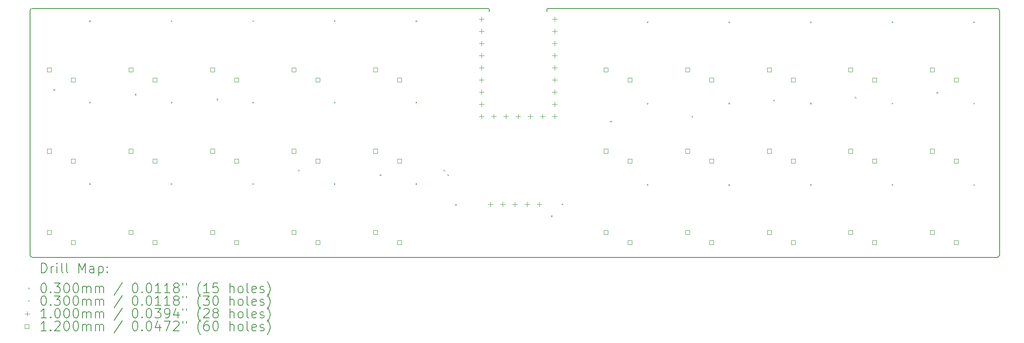
<source format=gbr>
%TF.GenerationSoftware,KiCad,Pcbnew,7.0.2*%
%TF.CreationDate,2023-06-15T14:11:53-05:00*%
%TF.ProjectId,Capsule,43617073-756c-4652-9e6b-696361645f70,1.0*%
%TF.SameCoordinates,Original*%
%TF.FileFunction,Drillmap*%
%TF.FilePolarity,Positive*%
%FSLAX45Y45*%
G04 Gerber Fmt 4.5, Leading zero omitted, Abs format (unit mm)*
G04 Created by KiCad (PCBNEW 7.0.2) date 2023-06-15 14:11:53*
%MOMM*%
%LPD*%
G01*
G04 APERTURE LIST*
%ADD10C,0.150000*%
%ADD11C,0.200000*%
%ADD12C,0.030000*%
%ADD13C,0.100000*%
%ADD14C,0.120000*%
G04 APERTURE END LIST*
D10*
X22500000Y-7160000D02*
G75*
G03*
X22550000Y-7110000I0J50000D01*
G01*
X22500000Y-1960000D02*
X13140000Y-1960000D01*
X11920000Y-1980000D02*
X11920000Y-2025000D01*
X11920000Y-1980000D02*
G75*
G03*
X11900000Y-1960000I-20000J0D01*
G01*
X13140000Y-1960000D02*
G75*
G03*
X13120000Y-1980000I0J-20000D01*
G01*
X22550000Y-2010000D02*
G75*
G03*
X22500000Y-1960000I-50000J0D01*
G01*
X2400000Y-1960000D02*
G75*
G03*
X2350000Y-2010000I0J-50000D01*
G01*
X22550000Y-7110000D02*
X22550000Y-2010000D01*
X2350000Y-7110000D02*
G75*
G03*
X2400000Y-7160000I50000J0D01*
G01*
X13120000Y-2025000D02*
X13120000Y-1980000D01*
X2400000Y-7160000D02*
X22500000Y-7160000D01*
X2350000Y-2010000D02*
X2350000Y-7110000D01*
X2400000Y-1960000D02*
X11900000Y-1960000D01*
D11*
D12*
X2835000Y-3645000D02*
X2865000Y-3675000D01*
X2865000Y-3645000D02*
X2835000Y-3675000D01*
X4535000Y-3745000D02*
X4565000Y-3775000D01*
X4565000Y-3745000D02*
X4535000Y-3775000D01*
X6235000Y-3845000D02*
X6265000Y-3875000D01*
X6265000Y-3845000D02*
X6235000Y-3875000D01*
X7935000Y-5325000D02*
X7965000Y-5355000D01*
X7965000Y-5325000D02*
X7935000Y-5355000D01*
X9635000Y-5425000D02*
X9665000Y-5455000D01*
X9665000Y-5425000D02*
X9635000Y-5455000D01*
X10965000Y-5325000D02*
X10995000Y-5355000D01*
X10995000Y-5325000D02*
X10965000Y-5355000D01*
X11045000Y-5425000D02*
X11075000Y-5455000D01*
X11075000Y-5425000D02*
X11045000Y-5455000D01*
X11205000Y-6045000D02*
X11235000Y-6075000D01*
X11235000Y-6045000D02*
X11205000Y-6075000D01*
X13205000Y-6285000D02*
X13235000Y-6315000D01*
X13235000Y-6285000D02*
X13205000Y-6315000D01*
X13425000Y-6035000D02*
X13455000Y-6065000D01*
X13455000Y-6035000D02*
X13425000Y-6065000D01*
X14435000Y-4305000D02*
X14465000Y-4335000D01*
X14465000Y-4305000D02*
X14435000Y-4335000D01*
X16135000Y-4205000D02*
X16165000Y-4235000D01*
X16165000Y-4205000D02*
X16135000Y-4235000D01*
X17835000Y-3867650D02*
X17865000Y-3897650D01*
X17865000Y-3867650D02*
X17835000Y-3897650D01*
X19535000Y-3805000D02*
X19565000Y-3835000D01*
X19565000Y-3805000D02*
X19535000Y-3835000D01*
X21235000Y-3705000D02*
X21265000Y-3735000D01*
X21265000Y-3705000D02*
X21235000Y-3735000D01*
X3615000Y-2230000D02*
G75*
G03*
X3615000Y-2230000I-15000J0D01*
G01*
X3615000Y-3930000D02*
G75*
G03*
X3615000Y-3930000I-15000J0D01*
G01*
X3615000Y-5630000D02*
G75*
G03*
X3615000Y-5630000I-15000J0D01*
G01*
X5315000Y-2230000D02*
G75*
G03*
X5315000Y-2230000I-15000J0D01*
G01*
X5315000Y-3930000D02*
G75*
G03*
X5315000Y-3930000I-15000J0D01*
G01*
X5315000Y-5630000D02*
G75*
G03*
X5315000Y-5630000I-15000J0D01*
G01*
X7015000Y-2230000D02*
G75*
G03*
X7015000Y-2230000I-15000J0D01*
G01*
X7015000Y-3930000D02*
G75*
G03*
X7015000Y-3930000I-15000J0D01*
G01*
X7015000Y-5630000D02*
G75*
G03*
X7015000Y-5630000I-15000J0D01*
G01*
X8715000Y-2230000D02*
G75*
G03*
X8715000Y-2230000I-15000J0D01*
G01*
X8715000Y-3930000D02*
G75*
G03*
X8715000Y-3930000I-15000J0D01*
G01*
X8715000Y-5630000D02*
G75*
G03*
X8715000Y-5630000I-15000J0D01*
G01*
X10415000Y-2230000D02*
G75*
G03*
X10415000Y-2230000I-15000J0D01*
G01*
X10415000Y-3930000D02*
G75*
G03*
X10415000Y-3930000I-15000J0D01*
G01*
X10415000Y-5630000D02*
G75*
G03*
X10415000Y-5630000I-15000J0D01*
G01*
X15235000Y-2250000D02*
G75*
G03*
X15235000Y-2250000I-15000J0D01*
G01*
X15235000Y-3950000D02*
G75*
G03*
X15235000Y-3950000I-15000J0D01*
G01*
X15235000Y-5650000D02*
G75*
G03*
X15235000Y-5650000I-15000J0D01*
G01*
X16935000Y-2250000D02*
G75*
G03*
X16935000Y-2250000I-15000J0D01*
G01*
X16935000Y-3950000D02*
G75*
G03*
X16935000Y-3950000I-15000J0D01*
G01*
X16935000Y-5650000D02*
G75*
G03*
X16935000Y-5650000I-15000J0D01*
G01*
X18635000Y-2250000D02*
G75*
G03*
X18635000Y-2250000I-15000J0D01*
G01*
X18635000Y-3950000D02*
G75*
G03*
X18635000Y-3950000I-15000J0D01*
G01*
X18635000Y-5650000D02*
G75*
G03*
X18635000Y-5650000I-15000J0D01*
G01*
X20335000Y-2250000D02*
G75*
G03*
X20335000Y-2250000I-15000J0D01*
G01*
X20335000Y-3950000D02*
G75*
G03*
X20335000Y-3950000I-15000J0D01*
G01*
X20335000Y-5650000D02*
G75*
G03*
X20335000Y-5650000I-15000J0D01*
G01*
X22035000Y-2250000D02*
G75*
G03*
X22035000Y-2250000I-15000J0D01*
G01*
X22035000Y-3950000D02*
G75*
G03*
X22035000Y-3950000I-15000J0D01*
G01*
X22035000Y-5650000D02*
G75*
G03*
X22035000Y-5650000I-15000J0D01*
G01*
D13*
X11758000Y-2134000D02*
X11758000Y-2234000D01*
X11708000Y-2184000D02*
X11808000Y-2184000D01*
X11758000Y-2388000D02*
X11758000Y-2488000D01*
X11708000Y-2438000D02*
X11808000Y-2438000D01*
X11758000Y-2642000D02*
X11758000Y-2742000D01*
X11708000Y-2692000D02*
X11808000Y-2692000D01*
X11758000Y-2896000D02*
X11758000Y-2996000D01*
X11708000Y-2946000D02*
X11808000Y-2946000D01*
X11758000Y-3150000D02*
X11758000Y-3250000D01*
X11708000Y-3200000D02*
X11808000Y-3200000D01*
X11758000Y-3404000D02*
X11758000Y-3504000D01*
X11708000Y-3454000D02*
X11808000Y-3454000D01*
X11758000Y-3658000D02*
X11758000Y-3758000D01*
X11708000Y-3708000D02*
X11808000Y-3708000D01*
X11758000Y-3912000D02*
X11758000Y-4012000D01*
X11708000Y-3962000D02*
X11808000Y-3962000D01*
X11758000Y-4166000D02*
X11758000Y-4266000D01*
X11708000Y-4216000D02*
X11808000Y-4216000D01*
X11946000Y-6000000D02*
X11946000Y-6100000D01*
X11896000Y-6050000D02*
X11996000Y-6050000D01*
X12012000Y-4166000D02*
X12012000Y-4266000D01*
X11962000Y-4216000D02*
X12062000Y-4216000D01*
X12200000Y-6000000D02*
X12200000Y-6100000D01*
X12150000Y-6050000D02*
X12250000Y-6050000D01*
X12266000Y-4166000D02*
X12266000Y-4266000D01*
X12216000Y-4216000D02*
X12316000Y-4216000D01*
X12454000Y-6000000D02*
X12454000Y-6100000D01*
X12404000Y-6050000D02*
X12504000Y-6050000D01*
X12520000Y-4166000D02*
X12520000Y-4266000D01*
X12470000Y-4216000D02*
X12570000Y-4216000D01*
X12708000Y-6000000D02*
X12708000Y-6100000D01*
X12658000Y-6050000D02*
X12758000Y-6050000D01*
X12774000Y-4166000D02*
X12774000Y-4266000D01*
X12724000Y-4216000D02*
X12824000Y-4216000D01*
X12962000Y-6000000D02*
X12962000Y-6100000D01*
X12912000Y-6050000D02*
X13012000Y-6050000D01*
X13028000Y-4166000D02*
X13028000Y-4266000D01*
X12978000Y-4216000D02*
X13078000Y-4216000D01*
X13282000Y-2134000D02*
X13282000Y-2234000D01*
X13232000Y-2184000D02*
X13332000Y-2184000D01*
X13282000Y-2388000D02*
X13282000Y-2488000D01*
X13232000Y-2438000D02*
X13332000Y-2438000D01*
X13282000Y-2642000D02*
X13282000Y-2742000D01*
X13232000Y-2692000D02*
X13332000Y-2692000D01*
X13282000Y-2896000D02*
X13282000Y-2996000D01*
X13232000Y-2946000D02*
X13332000Y-2946000D01*
X13282000Y-3150000D02*
X13282000Y-3250000D01*
X13232000Y-3200000D02*
X13332000Y-3200000D01*
X13282000Y-3404000D02*
X13282000Y-3504000D01*
X13232000Y-3454000D02*
X13332000Y-3454000D01*
X13282000Y-3658000D02*
X13282000Y-3758000D01*
X13232000Y-3708000D02*
X13332000Y-3708000D01*
X13282000Y-3912000D02*
X13282000Y-4012000D01*
X13232000Y-3962000D02*
X13332000Y-3962000D01*
X13282000Y-4166000D02*
X13282000Y-4266000D01*
X13232000Y-4216000D02*
X13332000Y-4216000D01*
D14*
X2792427Y-3282427D02*
X2792427Y-3197573D01*
X2707573Y-3197573D01*
X2707573Y-3282427D01*
X2792427Y-3282427D01*
X2792427Y-4982427D02*
X2792427Y-4897573D01*
X2707573Y-4897573D01*
X2707573Y-4982427D01*
X2792427Y-4982427D01*
X2792427Y-6682427D02*
X2792427Y-6597573D01*
X2707573Y-6597573D01*
X2707573Y-6682427D01*
X2792427Y-6682427D01*
X3292427Y-3492427D02*
X3292427Y-3407573D01*
X3207573Y-3407573D01*
X3207573Y-3492427D01*
X3292427Y-3492427D01*
X3292427Y-5192427D02*
X3292427Y-5107573D01*
X3207573Y-5107573D01*
X3207573Y-5192427D01*
X3292427Y-5192427D01*
X3292427Y-6892427D02*
X3292427Y-6807573D01*
X3207573Y-6807573D01*
X3207573Y-6892427D01*
X3292427Y-6892427D01*
X4492427Y-3282427D02*
X4492427Y-3197573D01*
X4407573Y-3197573D01*
X4407573Y-3282427D01*
X4492427Y-3282427D01*
X4492427Y-4982427D02*
X4492427Y-4897573D01*
X4407573Y-4897573D01*
X4407573Y-4982427D01*
X4492427Y-4982427D01*
X4492427Y-6682427D02*
X4492427Y-6597573D01*
X4407573Y-6597573D01*
X4407573Y-6682427D01*
X4492427Y-6682427D01*
X4992427Y-3492427D02*
X4992427Y-3407573D01*
X4907573Y-3407573D01*
X4907573Y-3492427D01*
X4992427Y-3492427D01*
X4992427Y-5192427D02*
X4992427Y-5107573D01*
X4907573Y-5107573D01*
X4907573Y-5192427D01*
X4992427Y-5192427D01*
X4992427Y-6892427D02*
X4992427Y-6807573D01*
X4907573Y-6807573D01*
X4907573Y-6892427D01*
X4992427Y-6892427D01*
X6192427Y-3282427D02*
X6192427Y-3197573D01*
X6107573Y-3197573D01*
X6107573Y-3282427D01*
X6192427Y-3282427D01*
X6192427Y-4982427D02*
X6192427Y-4897573D01*
X6107573Y-4897573D01*
X6107573Y-4982427D01*
X6192427Y-4982427D01*
X6192427Y-6682427D02*
X6192427Y-6597573D01*
X6107573Y-6597573D01*
X6107573Y-6682427D01*
X6192427Y-6682427D01*
X6692427Y-3492427D02*
X6692427Y-3407573D01*
X6607573Y-3407573D01*
X6607573Y-3492427D01*
X6692427Y-3492427D01*
X6692427Y-5192427D02*
X6692427Y-5107573D01*
X6607573Y-5107573D01*
X6607573Y-5192427D01*
X6692427Y-5192427D01*
X6692427Y-6892427D02*
X6692427Y-6807573D01*
X6607573Y-6807573D01*
X6607573Y-6892427D01*
X6692427Y-6892427D01*
X7892427Y-3282427D02*
X7892427Y-3197573D01*
X7807573Y-3197573D01*
X7807573Y-3282427D01*
X7892427Y-3282427D01*
X7892427Y-4982427D02*
X7892427Y-4897573D01*
X7807573Y-4897573D01*
X7807573Y-4982427D01*
X7892427Y-4982427D01*
X7892427Y-6682427D02*
X7892427Y-6597573D01*
X7807573Y-6597573D01*
X7807573Y-6682427D01*
X7892427Y-6682427D01*
X8392427Y-3492427D02*
X8392427Y-3407573D01*
X8307573Y-3407573D01*
X8307573Y-3492427D01*
X8392427Y-3492427D01*
X8392427Y-5192427D02*
X8392427Y-5107573D01*
X8307573Y-5107573D01*
X8307573Y-5192427D01*
X8392427Y-5192427D01*
X8392427Y-6892427D02*
X8392427Y-6807573D01*
X8307573Y-6807573D01*
X8307573Y-6892427D01*
X8392427Y-6892427D01*
X9592427Y-3282427D02*
X9592427Y-3197573D01*
X9507573Y-3197573D01*
X9507573Y-3282427D01*
X9592427Y-3282427D01*
X9592427Y-4982427D02*
X9592427Y-4897573D01*
X9507573Y-4897573D01*
X9507573Y-4982427D01*
X9592427Y-4982427D01*
X9592427Y-6682427D02*
X9592427Y-6597573D01*
X9507573Y-6597573D01*
X9507573Y-6682427D01*
X9592427Y-6682427D01*
X10092427Y-3492427D02*
X10092427Y-3407573D01*
X10007573Y-3407573D01*
X10007573Y-3492427D01*
X10092427Y-3492427D01*
X10092427Y-5192427D02*
X10092427Y-5107573D01*
X10007573Y-5107573D01*
X10007573Y-5192427D01*
X10092427Y-5192427D01*
X10092427Y-6892427D02*
X10092427Y-6807573D01*
X10007573Y-6807573D01*
X10007573Y-6892427D01*
X10092427Y-6892427D01*
X14392427Y-3282427D02*
X14392427Y-3197573D01*
X14307573Y-3197573D01*
X14307573Y-3282427D01*
X14392427Y-3282427D01*
X14392427Y-4982427D02*
X14392427Y-4897573D01*
X14307573Y-4897573D01*
X14307573Y-4982427D01*
X14392427Y-4982427D01*
X14392427Y-6682427D02*
X14392427Y-6597573D01*
X14307573Y-6597573D01*
X14307573Y-6682427D01*
X14392427Y-6682427D01*
X14892427Y-3492427D02*
X14892427Y-3407573D01*
X14807573Y-3407573D01*
X14807573Y-3492427D01*
X14892427Y-3492427D01*
X14892427Y-5192427D02*
X14892427Y-5107573D01*
X14807573Y-5107573D01*
X14807573Y-5192427D01*
X14892427Y-5192427D01*
X14892427Y-6892427D02*
X14892427Y-6807573D01*
X14807573Y-6807573D01*
X14807573Y-6892427D01*
X14892427Y-6892427D01*
X16092427Y-3282427D02*
X16092427Y-3197573D01*
X16007573Y-3197573D01*
X16007573Y-3282427D01*
X16092427Y-3282427D01*
X16092427Y-4982427D02*
X16092427Y-4897573D01*
X16007573Y-4897573D01*
X16007573Y-4982427D01*
X16092427Y-4982427D01*
X16092427Y-6682427D02*
X16092427Y-6597573D01*
X16007573Y-6597573D01*
X16007573Y-6682427D01*
X16092427Y-6682427D01*
X16592427Y-3492427D02*
X16592427Y-3407573D01*
X16507573Y-3407573D01*
X16507573Y-3492427D01*
X16592427Y-3492427D01*
X16592427Y-5192427D02*
X16592427Y-5107573D01*
X16507573Y-5107573D01*
X16507573Y-5192427D01*
X16592427Y-5192427D01*
X16592427Y-6892427D02*
X16592427Y-6807573D01*
X16507573Y-6807573D01*
X16507573Y-6892427D01*
X16592427Y-6892427D01*
X17792427Y-3282427D02*
X17792427Y-3197573D01*
X17707573Y-3197573D01*
X17707573Y-3282427D01*
X17792427Y-3282427D01*
X17792427Y-4982427D02*
X17792427Y-4897573D01*
X17707573Y-4897573D01*
X17707573Y-4982427D01*
X17792427Y-4982427D01*
X17792427Y-6682427D02*
X17792427Y-6597573D01*
X17707573Y-6597573D01*
X17707573Y-6682427D01*
X17792427Y-6682427D01*
X18292427Y-3492427D02*
X18292427Y-3407573D01*
X18207573Y-3407573D01*
X18207573Y-3492427D01*
X18292427Y-3492427D01*
X18292427Y-5192427D02*
X18292427Y-5107573D01*
X18207573Y-5107573D01*
X18207573Y-5192427D01*
X18292427Y-5192427D01*
X18292427Y-6892427D02*
X18292427Y-6807573D01*
X18207573Y-6807573D01*
X18207573Y-6892427D01*
X18292427Y-6892427D01*
X19492427Y-3282427D02*
X19492427Y-3197573D01*
X19407573Y-3197573D01*
X19407573Y-3282427D01*
X19492427Y-3282427D01*
X19492427Y-4982427D02*
X19492427Y-4897573D01*
X19407573Y-4897573D01*
X19407573Y-4982427D01*
X19492427Y-4982427D01*
X19492427Y-6682427D02*
X19492427Y-6597573D01*
X19407573Y-6597573D01*
X19407573Y-6682427D01*
X19492427Y-6682427D01*
X19992427Y-3492427D02*
X19992427Y-3407573D01*
X19907573Y-3407573D01*
X19907573Y-3492427D01*
X19992427Y-3492427D01*
X19992427Y-5192427D02*
X19992427Y-5107573D01*
X19907573Y-5107573D01*
X19907573Y-5192427D01*
X19992427Y-5192427D01*
X19992427Y-6892427D02*
X19992427Y-6807573D01*
X19907573Y-6807573D01*
X19907573Y-6892427D01*
X19992427Y-6892427D01*
X21192427Y-3282427D02*
X21192427Y-3197573D01*
X21107573Y-3197573D01*
X21107573Y-3282427D01*
X21192427Y-3282427D01*
X21192427Y-4982427D02*
X21192427Y-4897573D01*
X21107573Y-4897573D01*
X21107573Y-4982427D01*
X21192427Y-4982427D01*
X21192427Y-6682427D02*
X21192427Y-6597573D01*
X21107573Y-6597573D01*
X21107573Y-6682427D01*
X21192427Y-6682427D01*
X21692427Y-3492427D02*
X21692427Y-3407573D01*
X21607573Y-3407573D01*
X21607573Y-3492427D01*
X21692427Y-3492427D01*
X21692427Y-5192427D02*
X21692427Y-5107573D01*
X21607573Y-5107573D01*
X21607573Y-5192427D01*
X21692427Y-5192427D01*
X21692427Y-6892427D02*
X21692427Y-6807573D01*
X21607573Y-6807573D01*
X21607573Y-6892427D01*
X21692427Y-6892427D01*
D11*
X2590119Y-7480024D02*
X2590119Y-7280024D01*
X2590119Y-7280024D02*
X2637738Y-7280024D01*
X2637738Y-7280024D02*
X2666310Y-7289548D01*
X2666310Y-7289548D02*
X2685357Y-7308595D01*
X2685357Y-7308595D02*
X2694881Y-7327643D01*
X2694881Y-7327643D02*
X2704405Y-7365738D01*
X2704405Y-7365738D02*
X2704405Y-7394309D01*
X2704405Y-7394309D02*
X2694881Y-7432405D01*
X2694881Y-7432405D02*
X2685357Y-7451452D01*
X2685357Y-7451452D02*
X2666310Y-7470500D01*
X2666310Y-7470500D02*
X2637738Y-7480024D01*
X2637738Y-7480024D02*
X2590119Y-7480024D01*
X2790119Y-7480024D02*
X2790119Y-7346690D01*
X2790119Y-7384786D02*
X2799643Y-7365738D01*
X2799643Y-7365738D02*
X2809167Y-7356214D01*
X2809167Y-7356214D02*
X2828214Y-7346690D01*
X2828214Y-7346690D02*
X2847262Y-7346690D01*
X2913928Y-7480024D02*
X2913928Y-7346690D01*
X2913928Y-7280024D02*
X2904405Y-7289548D01*
X2904405Y-7289548D02*
X2913928Y-7299071D01*
X2913928Y-7299071D02*
X2923452Y-7289548D01*
X2923452Y-7289548D02*
X2913928Y-7280024D01*
X2913928Y-7280024D02*
X2913928Y-7299071D01*
X3037738Y-7480024D02*
X3018690Y-7470500D01*
X3018690Y-7470500D02*
X3009167Y-7451452D01*
X3009167Y-7451452D02*
X3009167Y-7280024D01*
X3142500Y-7480024D02*
X3123452Y-7470500D01*
X3123452Y-7470500D02*
X3113928Y-7451452D01*
X3113928Y-7451452D02*
X3113928Y-7280024D01*
X3371071Y-7480024D02*
X3371071Y-7280024D01*
X3371071Y-7280024D02*
X3437738Y-7422881D01*
X3437738Y-7422881D02*
X3504405Y-7280024D01*
X3504405Y-7280024D02*
X3504405Y-7480024D01*
X3685357Y-7480024D02*
X3685357Y-7375262D01*
X3685357Y-7375262D02*
X3675833Y-7356214D01*
X3675833Y-7356214D02*
X3656786Y-7346690D01*
X3656786Y-7346690D02*
X3618690Y-7346690D01*
X3618690Y-7346690D02*
X3599643Y-7356214D01*
X3685357Y-7470500D02*
X3666309Y-7480024D01*
X3666309Y-7480024D02*
X3618690Y-7480024D01*
X3618690Y-7480024D02*
X3599643Y-7470500D01*
X3599643Y-7470500D02*
X3590119Y-7451452D01*
X3590119Y-7451452D02*
X3590119Y-7432405D01*
X3590119Y-7432405D02*
X3599643Y-7413357D01*
X3599643Y-7413357D02*
X3618690Y-7403833D01*
X3618690Y-7403833D02*
X3666309Y-7403833D01*
X3666309Y-7403833D02*
X3685357Y-7394309D01*
X3780595Y-7346690D02*
X3780595Y-7546690D01*
X3780595Y-7356214D02*
X3799643Y-7346690D01*
X3799643Y-7346690D02*
X3837738Y-7346690D01*
X3837738Y-7346690D02*
X3856786Y-7356214D01*
X3856786Y-7356214D02*
X3866309Y-7365738D01*
X3866309Y-7365738D02*
X3875833Y-7384786D01*
X3875833Y-7384786D02*
X3875833Y-7441928D01*
X3875833Y-7441928D02*
X3866309Y-7460976D01*
X3866309Y-7460976D02*
X3856786Y-7470500D01*
X3856786Y-7470500D02*
X3837738Y-7480024D01*
X3837738Y-7480024D02*
X3799643Y-7480024D01*
X3799643Y-7480024D02*
X3780595Y-7470500D01*
X3961548Y-7460976D02*
X3971071Y-7470500D01*
X3971071Y-7470500D02*
X3961548Y-7480024D01*
X3961548Y-7480024D02*
X3952024Y-7470500D01*
X3952024Y-7470500D02*
X3961548Y-7460976D01*
X3961548Y-7460976D02*
X3961548Y-7480024D01*
X3961548Y-7356214D02*
X3971071Y-7365738D01*
X3971071Y-7365738D02*
X3961548Y-7375262D01*
X3961548Y-7375262D02*
X3952024Y-7365738D01*
X3952024Y-7365738D02*
X3961548Y-7356214D01*
X3961548Y-7356214D02*
X3961548Y-7375262D01*
D12*
X2312500Y-7792500D02*
X2342500Y-7822500D01*
X2342500Y-7792500D02*
X2312500Y-7822500D01*
D11*
X2628214Y-7700024D02*
X2647262Y-7700024D01*
X2647262Y-7700024D02*
X2666310Y-7709548D01*
X2666310Y-7709548D02*
X2675833Y-7719071D01*
X2675833Y-7719071D02*
X2685357Y-7738119D01*
X2685357Y-7738119D02*
X2694881Y-7776214D01*
X2694881Y-7776214D02*
X2694881Y-7823833D01*
X2694881Y-7823833D02*
X2685357Y-7861928D01*
X2685357Y-7861928D02*
X2675833Y-7880976D01*
X2675833Y-7880976D02*
X2666310Y-7890500D01*
X2666310Y-7890500D02*
X2647262Y-7900024D01*
X2647262Y-7900024D02*
X2628214Y-7900024D01*
X2628214Y-7900024D02*
X2609167Y-7890500D01*
X2609167Y-7890500D02*
X2599643Y-7880976D01*
X2599643Y-7880976D02*
X2590119Y-7861928D01*
X2590119Y-7861928D02*
X2580595Y-7823833D01*
X2580595Y-7823833D02*
X2580595Y-7776214D01*
X2580595Y-7776214D02*
X2590119Y-7738119D01*
X2590119Y-7738119D02*
X2599643Y-7719071D01*
X2599643Y-7719071D02*
X2609167Y-7709548D01*
X2609167Y-7709548D02*
X2628214Y-7700024D01*
X2780595Y-7880976D02*
X2790119Y-7890500D01*
X2790119Y-7890500D02*
X2780595Y-7900024D01*
X2780595Y-7900024D02*
X2771071Y-7890500D01*
X2771071Y-7890500D02*
X2780595Y-7880976D01*
X2780595Y-7880976D02*
X2780595Y-7900024D01*
X2856786Y-7700024D02*
X2980595Y-7700024D01*
X2980595Y-7700024D02*
X2913928Y-7776214D01*
X2913928Y-7776214D02*
X2942500Y-7776214D01*
X2942500Y-7776214D02*
X2961548Y-7785738D01*
X2961548Y-7785738D02*
X2971071Y-7795262D01*
X2971071Y-7795262D02*
X2980595Y-7814309D01*
X2980595Y-7814309D02*
X2980595Y-7861928D01*
X2980595Y-7861928D02*
X2971071Y-7880976D01*
X2971071Y-7880976D02*
X2961548Y-7890500D01*
X2961548Y-7890500D02*
X2942500Y-7900024D01*
X2942500Y-7900024D02*
X2885357Y-7900024D01*
X2885357Y-7900024D02*
X2866309Y-7890500D01*
X2866309Y-7890500D02*
X2856786Y-7880976D01*
X3104405Y-7700024D02*
X3123452Y-7700024D01*
X3123452Y-7700024D02*
X3142500Y-7709548D01*
X3142500Y-7709548D02*
X3152024Y-7719071D01*
X3152024Y-7719071D02*
X3161548Y-7738119D01*
X3161548Y-7738119D02*
X3171071Y-7776214D01*
X3171071Y-7776214D02*
X3171071Y-7823833D01*
X3171071Y-7823833D02*
X3161548Y-7861928D01*
X3161548Y-7861928D02*
X3152024Y-7880976D01*
X3152024Y-7880976D02*
X3142500Y-7890500D01*
X3142500Y-7890500D02*
X3123452Y-7900024D01*
X3123452Y-7900024D02*
X3104405Y-7900024D01*
X3104405Y-7900024D02*
X3085357Y-7890500D01*
X3085357Y-7890500D02*
X3075833Y-7880976D01*
X3075833Y-7880976D02*
X3066309Y-7861928D01*
X3066309Y-7861928D02*
X3056786Y-7823833D01*
X3056786Y-7823833D02*
X3056786Y-7776214D01*
X3056786Y-7776214D02*
X3066309Y-7738119D01*
X3066309Y-7738119D02*
X3075833Y-7719071D01*
X3075833Y-7719071D02*
X3085357Y-7709548D01*
X3085357Y-7709548D02*
X3104405Y-7700024D01*
X3294881Y-7700024D02*
X3313929Y-7700024D01*
X3313929Y-7700024D02*
X3332976Y-7709548D01*
X3332976Y-7709548D02*
X3342500Y-7719071D01*
X3342500Y-7719071D02*
X3352024Y-7738119D01*
X3352024Y-7738119D02*
X3361548Y-7776214D01*
X3361548Y-7776214D02*
X3361548Y-7823833D01*
X3361548Y-7823833D02*
X3352024Y-7861928D01*
X3352024Y-7861928D02*
X3342500Y-7880976D01*
X3342500Y-7880976D02*
X3332976Y-7890500D01*
X3332976Y-7890500D02*
X3313929Y-7900024D01*
X3313929Y-7900024D02*
X3294881Y-7900024D01*
X3294881Y-7900024D02*
X3275833Y-7890500D01*
X3275833Y-7890500D02*
X3266309Y-7880976D01*
X3266309Y-7880976D02*
X3256786Y-7861928D01*
X3256786Y-7861928D02*
X3247262Y-7823833D01*
X3247262Y-7823833D02*
X3247262Y-7776214D01*
X3247262Y-7776214D02*
X3256786Y-7738119D01*
X3256786Y-7738119D02*
X3266309Y-7719071D01*
X3266309Y-7719071D02*
X3275833Y-7709548D01*
X3275833Y-7709548D02*
X3294881Y-7700024D01*
X3447262Y-7900024D02*
X3447262Y-7766690D01*
X3447262Y-7785738D02*
X3456786Y-7776214D01*
X3456786Y-7776214D02*
X3475833Y-7766690D01*
X3475833Y-7766690D02*
X3504405Y-7766690D01*
X3504405Y-7766690D02*
X3523452Y-7776214D01*
X3523452Y-7776214D02*
X3532976Y-7795262D01*
X3532976Y-7795262D02*
X3532976Y-7900024D01*
X3532976Y-7795262D02*
X3542500Y-7776214D01*
X3542500Y-7776214D02*
X3561548Y-7766690D01*
X3561548Y-7766690D02*
X3590119Y-7766690D01*
X3590119Y-7766690D02*
X3609167Y-7776214D01*
X3609167Y-7776214D02*
X3618690Y-7795262D01*
X3618690Y-7795262D02*
X3618690Y-7900024D01*
X3713929Y-7900024D02*
X3713929Y-7766690D01*
X3713929Y-7785738D02*
X3723452Y-7776214D01*
X3723452Y-7776214D02*
X3742500Y-7766690D01*
X3742500Y-7766690D02*
X3771071Y-7766690D01*
X3771071Y-7766690D02*
X3790119Y-7776214D01*
X3790119Y-7776214D02*
X3799643Y-7795262D01*
X3799643Y-7795262D02*
X3799643Y-7900024D01*
X3799643Y-7795262D02*
X3809167Y-7776214D01*
X3809167Y-7776214D02*
X3828214Y-7766690D01*
X3828214Y-7766690D02*
X3856786Y-7766690D01*
X3856786Y-7766690D02*
X3875833Y-7776214D01*
X3875833Y-7776214D02*
X3885357Y-7795262D01*
X3885357Y-7795262D02*
X3885357Y-7900024D01*
X4275833Y-7690500D02*
X4104405Y-7947643D01*
X4532976Y-7700024D02*
X4552024Y-7700024D01*
X4552024Y-7700024D02*
X4571072Y-7709548D01*
X4571072Y-7709548D02*
X4580595Y-7719071D01*
X4580595Y-7719071D02*
X4590119Y-7738119D01*
X4590119Y-7738119D02*
X4599643Y-7776214D01*
X4599643Y-7776214D02*
X4599643Y-7823833D01*
X4599643Y-7823833D02*
X4590119Y-7861928D01*
X4590119Y-7861928D02*
X4580595Y-7880976D01*
X4580595Y-7880976D02*
X4571072Y-7890500D01*
X4571072Y-7890500D02*
X4552024Y-7900024D01*
X4552024Y-7900024D02*
X4532976Y-7900024D01*
X4532976Y-7900024D02*
X4513929Y-7890500D01*
X4513929Y-7890500D02*
X4504405Y-7880976D01*
X4504405Y-7880976D02*
X4494881Y-7861928D01*
X4494881Y-7861928D02*
X4485357Y-7823833D01*
X4485357Y-7823833D02*
X4485357Y-7776214D01*
X4485357Y-7776214D02*
X4494881Y-7738119D01*
X4494881Y-7738119D02*
X4504405Y-7719071D01*
X4504405Y-7719071D02*
X4513929Y-7709548D01*
X4513929Y-7709548D02*
X4532976Y-7700024D01*
X4685357Y-7880976D02*
X4694881Y-7890500D01*
X4694881Y-7890500D02*
X4685357Y-7900024D01*
X4685357Y-7900024D02*
X4675834Y-7890500D01*
X4675834Y-7890500D02*
X4685357Y-7880976D01*
X4685357Y-7880976D02*
X4685357Y-7900024D01*
X4818691Y-7700024D02*
X4837738Y-7700024D01*
X4837738Y-7700024D02*
X4856786Y-7709548D01*
X4856786Y-7709548D02*
X4866310Y-7719071D01*
X4866310Y-7719071D02*
X4875834Y-7738119D01*
X4875834Y-7738119D02*
X4885357Y-7776214D01*
X4885357Y-7776214D02*
X4885357Y-7823833D01*
X4885357Y-7823833D02*
X4875834Y-7861928D01*
X4875834Y-7861928D02*
X4866310Y-7880976D01*
X4866310Y-7880976D02*
X4856786Y-7890500D01*
X4856786Y-7890500D02*
X4837738Y-7900024D01*
X4837738Y-7900024D02*
X4818691Y-7900024D01*
X4818691Y-7900024D02*
X4799643Y-7890500D01*
X4799643Y-7890500D02*
X4790119Y-7880976D01*
X4790119Y-7880976D02*
X4780595Y-7861928D01*
X4780595Y-7861928D02*
X4771072Y-7823833D01*
X4771072Y-7823833D02*
X4771072Y-7776214D01*
X4771072Y-7776214D02*
X4780595Y-7738119D01*
X4780595Y-7738119D02*
X4790119Y-7719071D01*
X4790119Y-7719071D02*
X4799643Y-7709548D01*
X4799643Y-7709548D02*
X4818691Y-7700024D01*
X5075834Y-7900024D02*
X4961548Y-7900024D01*
X5018691Y-7900024D02*
X5018691Y-7700024D01*
X5018691Y-7700024D02*
X4999643Y-7728595D01*
X4999643Y-7728595D02*
X4980595Y-7747643D01*
X4980595Y-7747643D02*
X4961548Y-7757167D01*
X5266310Y-7900024D02*
X5152024Y-7900024D01*
X5209167Y-7900024D02*
X5209167Y-7700024D01*
X5209167Y-7700024D02*
X5190119Y-7728595D01*
X5190119Y-7728595D02*
X5171072Y-7747643D01*
X5171072Y-7747643D02*
X5152024Y-7757167D01*
X5380595Y-7785738D02*
X5361548Y-7776214D01*
X5361548Y-7776214D02*
X5352024Y-7766690D01*
X5352024Y-7766690D02*
X5342500Y-7747643D01*
X5342500Y-7747643D02*
X5342500Y-7738119D01*
X5342500Y-7738119D02*
X5352024Y-7719071D01*
X5352024Y-7719071D02*
X5361548Y-7709548D01*
X5361548Y-7709548D02*
X5380595Y-7700024D01*
X5380595Y-7700024D02*
X5418691Y-7700024D01*
X5418691Y-7700024D02*
X5437738Y-7709548D01*
X5437738Y-7709548D02*
X5447262Y-7719071D01*
X5447262Y-7719071D02*
X5456786Y-7738119D01*
X5456786Y-7738119D02*
X5456786Y-7747643D01*
X5456786Y-7747643D02*
X5447262Y-7766690D01*
X5447262Y-7766690D02*
X5437738Y-7776214D01*
X5437738Y-7776214D02*
X5418691Y-7785738D01*
X5418691Y-7785738D02*
X5380595Y-7785738D01*
X5380595Y-7785738D02*
X5361548Y-7795262D01*
X5361548Y-7795262D02*
X5352024Y-7804786D01*
X5352024Y-7804786D02*
X5342500Y-7823833D01*
X5342500Y-7823833D02*
X5342500Y-7861928D01*
X5342500Y-7861928D02*
X5352024Y-7880976D01*
X5352024Y-7880976D02*
X5361548Y-7890500D01*
X5361548Y-7890500D02*
X5380595Y-7900024D01*
X5380595Y-7900024D02*
X5418691Y-7900024D01*
X5418691Y-7900024D02*
X5437738Y-7890500D01*
X5437738Y-7890500D02*
X5447262Y-7880976D01*
X5447262Y-7880976D02*
X5456786Y-7861928D01*
X5456786Y-7861928D02*
X5456786Y-7823833D01*
X5456786Y-7823833D02*
X5447262Y-7804786D01*
X5447262Y-7804786D02*
X5437738Y-7795262D01*
X5437738Y-7795262D02*
X5418691Y-7785738D01*
X5532976Y-7700024D02*
X5532976Y-7738119D01*
X5609167Y-7700024D02*
X5609167Y-7738119D01*
X5904405Y-7976214D02*
X5894881Y-7966690D01*
X5894881Y-7966690D02*
X5875834Y-7938119D01*
X5875834Y-7938119D02*
X5866310Y-7919071D01*
X5866310Y-7919071D02*
X5856786Y-7890500D01*
X5856786Y-7890500D02*
X5847262Y-7842881D01*
X5847262Y-7842881D02*
X5847262Y-7804786D01*
X5847262Y-7804786D02*
X5856786Y-7757167D01*
X5856786Y-7757167D02*
X5866310Y-7728595D01*
X5866310Y-7728595D02*
X5875834Y-7709548D01*
X5875834Y-7709548D02*
X5894881Y-7680976D01*
X5894881Y-7680976D02*
X5904405Y-7671452D01*
X6085357Y-7900024D02*
X5971072Y-7900024D01*
X6028214Y-7900024D02*
X6028214Y-7700024D01*
X6028214Y-7700024D02*
X6009167Y-7728595D01*
X6009167Y-7728595D02*
X5990119Y-7747643D01*
X5990119Y-7747643D02*
X5971072Y-7757167D01*
X6266310Y-7700024D02*
X6171072Y-7700024D01*
X6171072Y-7700024D02*
X6161548Y-7795262D01*
X6161548Y-7795262D02*
X6171072Y-7785738D01*
X6171072Y-7785738D02*
X6190119Y-7776214D01*
X6190119Y-7776214D02*
X6237738Y-7776214D01*
X6237738Y-7776214D02*
X6256786Y-7785738D01*
X6256786Y-7785738D02*
X6266310Y-7795262D01*
X6266310Y-7795262D02*
X6275834Y-7814309D01*
X6275834Y-7814309D02*
X6275834Y-7861928D01*
X6275834Y-7861928D02*
X6266310Y-7880976D01*
X6266310Y-7880976D02*
X6256786Y-7890500D01*
X6256786Y-7890500D02*
X6237738Y-7900024D01*
X6237738Y-7900024D02*
X6190119Y-7900024D01*
X6190119Y-7900024D02*
X6171072Y-7890500D01*
X6171072Y-7890500D02*
X6161548Y-7880976D01*
X6513929Y-7900024D02*
X6513929Y-7700024D01*
X6599643Y-7900024D02*
X6599643Y-7795262D01*
X6599643Y-7795262D02*
X6590119Y-7776214D01*
X6590119Y-7776214D02*
X6571072Y-7766690D01*
X6571072Y-7766690D02*
X6542500Y-7766690D01*
X6542500Y-7766690D02*
X6523453Y-7776214D01*
X6523453Y-7776214D02*
X6513929Y-7785738D01*
X6723453Y-7900024D02*
X6704405Y-7890500D01*
X6704405Y-7890500D02*
X6694881Y-7880976D01*
X6694881Y-7880976D02*
X6685357Y-7861928D01*
X6685357Y-7861928D02*
X6685357Y-7804786D01*
X6685357Y-7804786D02*
X6694881Y-7785738D01*
X6694881Y-7785738D02*
X6704405Y-7776214D01*
X6704405Y-7776214D02*
X6723453Y-7766690D01*
X6723453Y-7766690D02*
X6752024Y-7766690D01*
X6752024Y-7766690D02*
X6771072Y-7776214D01*
X6771072Y-7776214D02*
X6780596Y-7785738D01*
X6780596Y-7785738D02*
X6790119Y-7804786D01*
X6790119Y-7804786D02*
X6790119Y-7861928D01*
X6790119Y-7861928D02*
X6780596Y-7880976D01*
X6780596Y-7880976D02*
X6771072Y-7890500D01*
X6771072Y-7890500D02*
X6752024Y-7900024D01*
X6752024Y-7900024D02*
X6723453Y-7900024D01*
X6904405Y-7900024D02*
X6885357Y-7890500D01*
X6885357Y-7890500D02*
X6875834Y-7871452D01*
X6875834Y-7871452D02*
X6875834Y-7700024D01*
X7056786Y-7890500D02*
X7037738Y-7900024D01*
X7037738Y-7900024D02*
X6999643Y-7900024D01*
X6999643Y-7900024D02*
X6980596Y-7890500D01*
X6980596Y-7890500D02*
X6971072Y-7871452D01*
X6971072Y-7871452D02*
X6971072Y-7795262D01*
X6971072Y-7795262D02*
X6980596Y-7776214D01*
X6980596Y-7776214D02*
X6999643Y-7766690D01*
X6999643Y-7766690D02*
X7037738Y-7766690D01*
X7037738Y-7766690D02*
X7056786Y-7776214D01*
X7056786Y-7776214D02*
X7066310Y-7795262D01*
X7066310Y-7795262D02*
X7066310Y-7814309D01*
X7066310Y-7814309D02*
X6971072Y-7833357D01*
X7142500Y-7890500D02*
X7161548Y-7900024D01*
X7161548Y-7900024D02*
X7199643Y-7900024D01*
X7199643Y-7900024D02*
X7218691Y-7890500D01*
X7218691Y-7890500D02*
X7228215Y-7871452D01*
X7228215Y-7871452D02*
X7228215Y-7861928D01*
X7228215Y-7861928D02*
X7218691Y-7842881D01*
X7218691Y-7842881D02*
X7199643Y-7833357D01*
X7199643Y-7833357D02*
X7171072Y-7833357D01*
X7171072Y-7833357D02*
X7152024Y-7823833D01*
X7152024Y-7823833D02*
X7142500Y-7804786D01*
X7142500Y-7804786D02*
X7142500Y-7795262D01*
X7142500Y-7795262D02*
X7152024Y-7776214D01*
X7152024Y-7776214D02*
X7171072Y-7766690D01*
X7171072Y-7766690D02*
X7199643Y-7766690D01*
X7199643Y-7766690D02*
X7218691Y-7776214D01*
X7294881Y-7976214D02*
X7304405Y-7966690D01*
X7304405Y-7966690D02*
X7323453Y-7938119D01*
X7323453Y-7938119D02*
X7332977Y-7919071D01*
X7332977Y-7919071D02*
X7342500Y-7890500D01*
X7342500Y-7890500D02*
X7352024Y-7842881D01*
X7352024Y-7842881D02*
X7352024Y-7804786D01*
X7352024Y-7804786D02*
X7342500Y-7757167D01*
X7342500Y-7757167D02*
X7332977Y-7728595D01*
X7332977Y-7728595D02*
X7323453Y-7709548D01*
X7323453Y-7709548D02*
X7304405Y-7680976D01*
X7304405Y-7680976D02*
X7294881Y-7671452D01*
D12*
X2342500Y-8071500D02*
G75*
G03*
X2342500Y-8071500I-15000J0D01*
G01*
D11*
X2628214Y-7964024D02*
X2647262Y-7964024D01*
X2647262Y-7964024D02*
X2666310Y-7973548D01*
X2666310Y-7973548D02*
X2675833Y-7983071D01*
X2675833Y-7983071D02*
X2685357Y-8002119D01*
X2685357Y-8002119D02*
X2694881Y-8040214D01*
X2694881Y-8040214D02*
X2694881Y-8087833D01*
X2694881Y-8087833D02*
X2685357Y-8125928D01*
X2685357Y-8125928D02*
X2675833Y-8144976D01*
X2675833Y-8144976D02*
X2666310Y-8154500D01*
X2666310Y-8154500D02*
X2647262Y-8164024D01*
X2647262Y-8164024D02*
X2628214Y-8164024D01*
X2628214Y-8164024D02*
X2609167Y-8154500D01*
X2609167Y-8154500D02*
X2599643Y-8144976D01*
X2599643Y-8144976D02*
X2590119Y-8125928D01*
X2590119Y-8125928D02*
X2580595Y-8087833D01*
X2580595Y-8087833D02*
X2580595Y-8040214D01*
X2580595Y-8040214D02*
X2590119Y-8002119D01*
X2590119Y-8002119D02*
X2599643Y-7983071D01*
X2599643Y-7983071D02*
X2609167Y-7973548D01*
X2609167Y-7973548D02*
X2628214Y-7964024D01*
X2780595Y-8144976D02*
X2790119Y-8154500D01*
X2790119Y-8154500D02*
X2780595Y-8164024D01*
X2780595Y-8164024D02*
X2771071Y-8154500D01*
X2771071Y-8154500D02*
X2780595Y-8144976D01*
X2780595Y-8144976D02*
X2780595Y-8164024D01*
X2856786Y-7964024D02*
X2980595Y-7964024D01*
X2980595Y-7964024D02*
X2913928Y-8040214D01*
X2913928Y-8040214D02*
X2942500Y-8040214D01*
X2942500Y-8040214D02*
X2961548Y-8049738D01*
X2961548Y-8049738D02*
X2971071Y-8059262D01*
X2971071Y-8059262D02*
X2980595Y-8078309D01*
X2980595Y-8078309D02*
X2980595Y-8125928D01*
X2980595Y-8125928D02*
X2971071Y-8144976D01*
X2971071Y-8144976D02*
X2961548Y-8154500D01*
X2961548Y-8154500D02*
X2942500Y-8164024D01*
X2942500Y-8164024D02*
X2885357Y-8164024D01*
X2885357Y-8164024D02*
X2866309Y-8154500D01*
X2866309Y-8154500D02*
X2856786Y-8144976D01*
X3104405Y-7964024D02*
X3123452Y-7964024D01*
X3123452Y-7964024D02*
X3142500Y-7973548D01*
X3142500Y-7973548D02*
X3152024Y-7983071D01*
X3152024Y-7983071D02*
X3161548Y-8002119D01*
X3161548Y-8002119D02*
X3171071Y-8040214D01*
X3171071Y-8040214D02*
X3171071Y-8087833D01*
X3171071Y-8087833D02*
X3161548Y-8125928D01*
X3161548Y-8125928D02*
X3152024Y-8144976D01*
X3152024Y-8144976D02*
X3142500Y-8154500D01*
X3142500Y-8154500D02*
X3123452Y-8164024D01*
X3123452Y-8164024D02*
X3104405Y-8164024D01*
X3104405Y-8164024D02*
X3085357Y-8154500D01*
X3085357Y-8154500D02*
X3075833Y-8144976D01*
X3075833Y-8144976D02*
X3066309Y-8125928D01*
X3066309Y-8125928D02*
X3056786Y-8087833D01*
X3056786Y-8087833D02*
X3056786Y-8040214D01*
X3056786Y-8040214D02*
X3066309Y-8002119D01*
X3066309Y-8002119D02*
X3075833Y-7983071D01*
X3075833Y-7983071D02*
X3085357Y-7973548D01*
X3085357Y-7973548D02*
X3104405Y-7964024D01*
X3294881Y-7964024D02*
X3313929Y-7964024D01*
X3313929Y-7964024D02*
X3332976Y-7973548D01*
X3332976Y-7973548D02*
X3342500Y-7983071D01*
X3342500Y-7983071D02*
X3352024Y-8002119D01*
X3352024Y-8002119D02*
X3361548Y-8040214D01*
X3361548Y-8040214D02*
X3361548Y-8087833D01*
X3361548Y-8087833D02*
X3352024Y-8125928D01*
X3352024Y-8125928D02*
X3342500Y-8144976D01*
X3342500Y-8144976D02*
X3332976Y-8154500D01*
X3332976Y-8154500D02*
X3313929Y-8164024D01*
X3313929Y-8164024D02*
X3294881Y-8164024D01*
X3294881Y-8164024D02*
X3275833Y-8154500D01*
X3275833Y-8154500D02*
X3266309Y-8144976D01*
X3266309Y-8144976D02*
X3256786Y-8125928D01*
X3256786Y-8125928D02*
X3247262Y-8087833D01*
X3247262Y-8087833D02*
X3247262Y-8040214D01*
X3247262Y-8040214D02*
X3256786Y-8002119D01*
X3256786Y-8002119D02*
X3266309Y-7983071D01*
X3266309Y-7983071D02*
X3275833Y-7973548D01*
X3275833Y-7973548D02*
X3294881Y-7964024D01*
X3447262Y-8164024D02*
X3447262Y-8030690D01*
X3447262Y-8049738D02*
X3456786Y-8040214D01*
X3456786Y-8040214D02*
X3475833Y-8030690D01*
X3475833Y-8030690D02*
X3504405Y-8030690D01*
X3504405Y-8030690D02*
X3523452Y-8040214D01*
X3523452Y-8040214D02*
X3532976Y-8059262D01*
X3532976Y-8059262D02*
X3532976Y-8164024D01*
X3532976Y-8059262D02*
X3542500Y-8040214D01*
X3542500Y-8040214D02*
X3561548Y-8030690D01*
X3561548Y-8030690D02*
X3590119Y-8030690D01*
X3590119Y-8030690D02*
X3609167Y-8040214D01*
X3609167Y-8040214D02*
X3618690Y-8059262D01*
X3618690Y-8059262D02*
X3618690Y-8164024D01*
X3713929Y-8164024D02*
X3713929Y-8030690D01*
X3713929Y-8049738D02*
X3723452Y-8040214D01*
X3723452Y-8040214D02*
X3742500Y-8030690D01*
X3742500Y-8030690D02*
X3771071Y-8030690D01*
X3771071Y-8030690D02*
X3790119Y-8040214D01*
X3790119Y-8040214D02*
X3799643Y-8059262D01*
X3799643Y-8059262D02*
X3799643Y-8164024D01*
X3799643Y-8059262D02*
X3809167Y-8040214D01*
X3809167Y-8040214D02*
X3828214Y-8030690D01*
X3828214Y-8030690D02*
X3856786Y-8030690D01*
X3856786Y-8030690D02*
X3875833Y-8040214D01*
X3875833Y-8040214D02*
X3885357Y-8059262D01*
X3885357Y-8059262D02*
X3885357Y-8164024D01*
X4275833Y-7954500D02*
X4104405Y-8211643D01*
X4532976Y-7964024D02*
X4552024Y-7964024D01*
X4552024Y-7964024D02*
X4571072Y-7973548D01*
X4571072Y-7973548D02*
X4580595Y-7983071D01*
X4580595Y-7983071D02*
X4590119Y-8002119D01*
X4590119Y-8002119D02*
X4599643Y-8040214D01*
X4599643Y-8040214D02*
X4599643Y-8087833D01*
X4599643Y-8087833D02*
X4590119Y-8125928D01*
X4590119Y-8125928D02*
X4580595Y-8144976D01*
X4580595Y-8144976D02*
X4571072Y-8154500D01*
X4571072Y-8154500D02*
X4552024Y-8164024D01*
X4552024Y-8164024D02*
X4532976Y-8164024D01*
X4532976Y-8164024D02*
X4513929Y-8154500D01*
X4513929Y-8154500D02*
X4504405Y-8144976D01*
X4504405Y-8144976D02*
X4494881Y-8125928D01*
X4494881Y-8125928D02*
X4485357Y-8087833D01*
X4485357Y-8087833D02*
X4485357Y-8040214D01*
X4485357Y-8040214D02*
X4494881Y-8002119D01*
X4494881Y-8002119D02*
X4504405Y-7983071D01*
X4504405Y-7983071D02*
X4513929Y-7973548D01*
X4513929Y-7973548D02*
X4532976Y-7964024D01*
X4685357Y-8144976D02*
X4694881Y-8154500D01*
X4694881Y-8154500D02*
X4685357Y-8164024D01*
X4685357Y-8164024D02*
X4675834Y-8154500D01*
X4675834Y-8154500D02*
X4685357Y-8144976D01*
X4685357Y-8144976D02*
X4685357Y-8164024D01*
X4818691Y-7964024D02*
X4837738Y-7964024D01*
X4837738Y-7964024D02*
X4856786Y-7973548D01*
X4856786Y-7973548D02*
X4866310Y-7983071D01*
X4866310Y-7983071D02*
X4875834Y-8002119D01*
X4875834Y-8002119D02*
X4885357Y-8040214D01*
X4885357Y-8040214D02*
X4885357Y-8087833D01*
X4885357Y-8087833D02*
X4875834Y-8125928D01*
X4875834Y-8125928D02*
X4866310Y-8144976D01*
X4866310Y-8144976D02*
X4856786Y-8154500D01*
X4856786Y-8154500D02*
X4837738Y-8164024D01*
X4837738Y-8164024D02*
X4818691Y-8164024D01*
X4818691Y-8164024D02*
X4799643Y-8154500D01*
X4799643Y-8154500D02*
X4790119Y-8144976D01*
X4790119Y-8144976D02*
X4780595Y-8125928D01*
X4780595Y-8125928D02*
X4771072Y-8087833D01*
X4771072Y-8087833D02*
X4771072Y-8040214D01*
X4771072Y-8040214D02*
X4780595Y-8002119D01*
X4780595Y-8002119D02*
X4790119Y-7983071D01*
X4790119Y-7983071D02*
X4799643Y-7973548D01*
X4799643Y-7973548D02*
X4818691Y-7964024D01*
X5075834Y-8164024D02*
X4961548Y-8164024D01*
X5018691Y-8164024D02*
X5018691Y-7964024D01*
X5018691Y-7964024D02*
X4999643Y-7992595D01*
X4999643Y-7992595D02*
X4980595Y-8011643D01*
X4980595Y-8011643D02*
X4961548Y-8021167D01*
X5266310Y-8164024D02*
X5152024Y-8164024D01*
X5209167Y-8164024D02*
X5209167Y-7964024D01*
X5209167Y-7964024D02*
X5190119Y-7992595D01*
X5190119Y-7992595D02*
X5171072Y-8011643D01*
X5171072Y-8011643D02*
X5152024Y-8021167D01*
X5380595Y-8049738D02*
X5361548Y-8040214D01*
X5361548Y-8040214D02*
X5352024Y-8030690D01*
X5352024Y-8030690D02*
X5342500Y-8011643D01*
X5342500Y-8011643D02*
X5342500Y-8002119D01*
X5342500Y-8002119D02*
X5352024Y-7983071D01*
X5352024Y-7983071D02*
X5361548Y-7973548D01*
X5361548Y-7973548D02*
X5380595Y-7964024D01*
X5380595Y-7964024D02*
X5418691Y-7964024D01*
X5418691Y-7964024D02*
X5437738Y-7973548D01*
X5437738Y-7973548D02*
X5447262Y-7983071D01*
X5447262Y-7983071D02*
X5456786Y-8002119D01*
X5456786Y-8002119D02*
X5456786Y-8011643D01*
X5456786Y-8011643D02*
X5447262Y-8030690D01*
X5447262Y-8030690D02*
X5437738Y-8040214D01*
X5437738Y-8040214D02*
X5418691Y-8049738D01*
X5418691Y-8049738D02*
X5380595Y-8049738D01*
X5380595Y-8049738D02*
X5361548Y-8059262D01*
X5361548Y-8059262D02*
X5352024Y-8068786D01*
X5352024Y-8068786D02*
X5342500Y-8087833D01*
X5342500Y-8087833D02*
X5342500Y-8125928D01*
X5342500Y-8125928D02*
X5352024Y-8144976D01*
X5352024Y-8144976D02*
X5361548Y-8154500D01*
X5361548Y-8154500D02*
X5380595Y-8164024D01*
X5380595Y-8164024D02*
X5418691Y-8164024D01*
X5418691Y-8164024D02*
X5437738Y-8154500D01*
X5437738Y-8154500D02*
X5447262Y-8144976D01*
X5447262Y-8144976D02*
X5456786Y-8125928D01*
X5456786Y-8125928D02*
X5456786Y-8087833D01*
X5456786Y-8087833D02*
X5447262Y-8068786D01*
X5447262Y-8068786D02*
X5437738Y-8059262D01*
X5437738Y-8059262D02*
X5418691Y-8049738D01*
X5532976Y-7964024D02*
X5532976Y-8002119D01*
X5609167Y-7964024D02*
X5609167Y-8002119D01*
X5904405Y-8240214D02*
X5894881Y-8230690D01*
X5894881Y-8230690D02*
X5875834Y-8202119D01*
X5875834Y-8202119D02*
X5866310Y-8183071D01*
X5866310Y-8183071D02*
X5856786Y-8154500D01*
X5856786Y-8154500D02*
X5847262Y-8106881D01*
X5847262Y-8106881D02*
X5847262Y-8068786D01*
X5847262Y-8068786D02*
X5856786Y-8021167D01*
X5856786Y-8021167D02*
X5866310Y-7992595D01*
X5866310Y-7992595D02*
X5875834Y-7973548D01*
X5875834Y-7973548D02*
X5894881Y-7944976D01*
X5894881Y-7944976D02*
X5904405Y-7935452D01*
X5961548Y-7964024D02*
X6085357Y-7964024D01*
X6085357Y-7964024D02*
X6018691Y-8040214D01*
X6018691Y-8040214D02*
X6047262Y-8040214D01*
X6047262Y-8040214D02*
X6066310Y-8049738D01*
X6066310Y-8049738D02*
X6075834Y-8059262D01*
X6075834Y-8059262D02*
X6085357Y-8078309D01*
X6085357Y-8078309D02*
X6085357Y-8125928D01*
X6085357Y-8125928D02*
X6075834Y-8144976D01*
X6075834Y-8144976D02*
X6066310Y-8154500D01*
X6066310Y-8154500D02*
X6047262Y-8164024D01*
X6047262Y-8164024D02*
X5990119Y-8164024D01*
X5990119Y-8164024D02*
X5971072Y-8154500D01*
X5971072Y-8154500D02*
X5961548Y-8144976D01*
X6209167Y-7964024D02*
X6228215Y-7964024D01*
X6228215Y-7964024D02*
X6247262Y-7973548D01*
X6247262Y-7973548D02*
X6256786Y-7983071D01*
X6256786Y-7983071D02*
X6266310Y-8002119D01*
X6266310Y-8002119D02*
X6275834Y-8040214D01*
X6275834Y-8040214D02*
X6275834Y-8087833D01*
X6275834Y-8087833D02*
X6266310Y-8125928D01*
X6266310Y-8125928D02*
X6256786Y-8144976D01*
X6256786Y-8144976D02*
X6247262Y-8154500D01*
X6247262Y-8154500D02*
X6228215Y-8164024D01*
X6228215Y-8164024D02*
X6209167Y-8164024D01*
X6209167Y-8164024D02*
X6190119Y-8154500D01*
X6190119Y-8154500D02*
X6180595Y-8144976D01*
X6180595Y-8144976D02*
X6171072Y-8125928D01*
X6171072Y-8125928D02*
X6161548Y-8087833D01*
X6161548Y-8087833D02*
X6161548Y-8040214D01*
X6161548Y-8040214D02*
X6171072Y-8002119D01*
X6171072Y-8002119D02*
X6180595Y-7983071D01*
X6180595Y-7983071D02*
X6190119Y-7973548D01*
X6190119Y-7973548D02*
X6209167Y-7964024D01*
X6513929Y-8164024D02*
X6513929Y-7964024D01*
X6599643Y-8164024D02*
X6599643Y-8059262D01*
X6599643Y-8059262D02*
X6590119Y-8040214D01*
X6590119Y-8040214D02*
X6571072Y-8030690D01*
X6571072Y-8030690D02*
X6542500Y-8030690D01*
X6542500Y-8030690D02*
X6523453Y-8040214D01*
X6523453Y-8040214D02*
X6513929Y-8049738D01*
X6723453Y-8164024D02*
X6704405Y-8154500D01*
X6704405Y-8154500D02*
X6694881Y-8144976D01*
X6694881Y-8144976D02*
X6685357Y-8125928D01*
X6685357Y-8125928D02*
X6685357Y-8068786D01*
X6685357Y-8068786D02*
X6694881Y-8049738D01*
X6694881Y-8049738D02*
X6704405Y-8040214D01*
X6704405Y-8040214D02*
X6723453Y-8030690D01*
X6723453Y-8030690D02*
X6752024Y-8030690D01*
X6752024Y-8030690D02*
X6771072Y-8040214D01*
X6771072Y-8040214D02*
X6780596Y-8049738D01*
X6780596Y-8049738D02*
X6790119Y-8068786D01*
X6790119Y-8068786D02*
X6790119Y-8125928D01*
X6790119Y-8125928D02*
X6780596Y-8144976D01*
X6780596Y-8144976D02*
X6771072Y-8154500D01*
X6771072Y-8154500D02*
X6752024Y-8164024D01*
X6752024Y-8164024D02*
X6723453Y-8164024D01*
X6904405Y-8164024D02*
X6885357Y-8154500D01*
X6885357Y-8154500D02*
X6875834Y-8135452D01*
X6875834Y-8135452D02*
X6875834Y-7964024D01*
X7056786Y-8154500D02*
X7037738Y-8164024D01*
X7037738Y-8164024D02*
X6999643Y-8164024D01*
X6999643Y-8164024D02*
X6980596Y-8154500D01*
X6980596Y-8154500D02*
X6971072Y-8135452D01*
X6971072Y-8135452D02*
X6971072Y-8059262D01*
X6971072Y-8059262D02*
X6980596Y-8040214D01*
X6980596Y-8040214D02*
X6999643Y-8030690D01*
X6999643Y-8030690D02*
X7037738Y-8030690D01*
X7037738Y-8030690D02*
X7056786Y-8040214D01*
X7056786Y-8040214D02*
X7066310Y-8059262D01*
X7066310Y-8059262D02*
X7066310Y-8078309D01*
X7066310Y-8078309D02*
X6971072Y-8097357D01*
X7142500Y-8154500D02*
X7161548Y-8164024D01*
X7161548Y-8164024D02*
X7199643Y-8164024D01*
X7199643Y-8164024D02*
X7218691Y-8154500D01*
X7218691Y-8154500D02*
X7228215Y-8135452D01*
X7228215Y-8135452D02*
X7228215Y-8125928D01*
X7228215Y-8125928D02*
X7218691Y-8106881D01*
X7218691Y-8106881D02*
X7199643Y-8097357D01*
X7199643Y-8097357D02*
X7171072Y-8097357D01*
X7171072Y-8097357D02*
X7152024Y-8087833D01*
X7152024Y-8087833D02*
X7142500Y-8068786D01*
X7142500Y-8068786D02*
X7142500Y-8059262D01*
X7142500Y-8059262D02*
X7152024Y-8040214D01*
X7152024Y-8040214D02*
X7171072Y-8030690D01*
X7171072Y-8030690D02*
X7199643Y-8030690D01*
X7199643Y-8030690D02*
X7218691Y-8040214D01*
X7294881Y-8240214D02*
X7304405Y-8230690D01*
X7304405Y-8230690D02*
X7323453Y-8202119D01*
X7323453Y-8202119D02*
X7332977Y-8183071D01*
X7332977Y-8183071D02*
X7342500Y-8154500D01*
X7342500Y-8154500D02*
X7352024Y-8106881D01*
X7352024Y-8106881D02*
X7352024Y-8068786D01*
X7352024Y-8068786D02*
X7342500Y-8021167D01*
X7342500Y-8021167D02*
X7332977Y-7992595D01*
X7332977Y-7992595D02*
X7323453Y-7973548D01*
X7323453Y-7973548D02*
X7304405Y-7944976D01*
X7304405Y-7944976D02*
X7294881Y-7935452D01*
D13*
X2292500Y-8285500D02*
X2292500Y-8385500D01*
X2242500Y-8335500D02*
X2342500Y-8335500D01*
D11*
X2694881Y-8428024D02*
X2580595Y-8428024D01*
X2637738Y-8428024D02*
X2637738Y-8228024D01*
X2637738Y-8228024D02*
X2618690Y-8256595D01*
X2618690Y-8256595D02*
X2599643Y-8275643D01*
X2599643Y-8275643D02*
X2580595Y-8285167D01*
X2780595Y-8408976D02*
X2790119Y-8418500D01*
X2790119Y-8418500D02*
X2780595Y-8428024D01*
X2780595Y-8428024D02*
X2771071Y-8418500D01*
X2771071Y-8418500D02*
X2780595Y-8408976D01*
X2780595Y-8408976D02*
X2780595Y-8428024D01*
X2913928Y-8228024D02*
X2932976Y-8228024D01*
X2932976Y-8228024D02*
X2952024Y-8237548D01*
X2952024Y-8237548D02*
X2961548Y-8247071D01*
X2961548Y-8247071D02*
X2971071Y-8266119D01*
X2971071Y-8266119D02*
X2980595Y-8304214D01*
X2980595Y-8304214D02*
X2980595Y-8351833D01*
X2980595Y-8351833D02*
X2971071Y-8389929D01*
X2971071Y-8389929D02*
X2961548Y-8408976D01*
X2961548Y-8408976D02*
X2952024Y-8418500D01*
X2952024Y-8418500D02*
X2932976Y-8428024D01*
X2932976Y-8428024D02*
X2913928Y-8428024D01*
X2913928Y-8428024D02*
X2894881Y-8418500D01*
X2894881Y-8418500D02*
X2885357Y-8408976D01*
X2885357Y-8408976D02*
X2875833Y-8389929D01*
X2875833Y-8389929D02*
X2866309Y-8351833D01*
X2866309Y-8351833D02*
X2866309Y-8304214D01*
X2866309Y-8304214D02*
X2875833Y-8266119D01*
X2875833Y-8266119D02*
X2885357Y-8247071D01*
X2885357Y-8247071D02*
X2894881Y-8237548D01*
X2894881Y-8237548D02*
X2913928Y-8228024D01*
X3104405Y-8228024D02*
X3123452Y-8228024D01*
X3123452Y-8228024D02*
X3142500Y-8237548D01*
X3142500Y-8237548D02*
X3152024Y-8247071D01*
X3152024Y-8247071D02*
X3161548Y-8266119D01*
X3161548Y-8266119D02*
X3171071Y-8304214D01*
X3171071Y-8304214D02*
X3171071Y-8351833D01*
X3171071Y-8351833D02*
X3161548Y-8389929D01*
X3161548Y-8389929D02*
X3152024Y-8408976D01*
X3152024Y-8408976D02*
X3142500Y-8418500D01*
X3142500Y-8418500D02*
X3123452Y-8428024D01*
X3123452Y-8428024D02*
X3104405Y-8428024D01*
X3104405Y-8428024D02*
X3085357Y-8418500D01*
X3085357Y-8418500D02*
X3075833Y-8408976D01*
X3075833Y-8408976D02*
X3066309Y-8389929D01*
X3066309Y-8389929D02*
X3056786Y-8351833D01*
X3056786Y-8351833D02*
X3056786Y-8304214D01*
X3056786Y-8304214D02*
X3066309Y-8266119D01*
X3066309Y-8266119D02*
X3075833Y-8247071D01*
X3075833Y-8247071D02*
X3085357Y-8237548D01*
X3085357Y-8237548D02*
X3104405Y-8228024D01*
X3294881Y-8228024D02*
X3313929Y-8228024D01*
X3313929Y-8228024D02*
X3332976Y-8237548D01*
X3332976Y-8237548D02*
X3342500Y-8247071D01*
X3342500Y-8247071D02*
X3352024Y-8266119D01*
X3352024Y-8266119D02*
X3361548Y-8304214D01*
X3361548Y-8304214D02*
X3361548Y-8351833D01*
X3361548Y-8351833D02*
X3352024Y-8389929D01*
X3352024Y-8389929D02*
X3342500Y-8408976D01*
X3342500Y-8408976D02*
X3332976Y-8418500D01*
X3332976Y-8418500D02*
X3313929Y-8428024D01*
X3313929Y-8428024D02*
X3294881Y-8428024D01*
X3294881Y-8428024D02*
X3275833Y-8418500D01*
X3275833Y-8418500D02*
X3266309Y-8408976D01*
X3266309Y-8408976D02*
X3256786Y-8389929D01*
X3256786Y-8389929D02*
X3247262Y-8351833D01*
X3247262Y-8351833D02*
X3247262Y-8304214D01*
X3247262Y-8304214D02*
X3256786Y-8266119D01*
X3256786Y-8266119D02*
X3266309Y-8247071D01*
X3266309Y-8247071D02*
X3275833Y-8237548D01*
X3275833Y-8237548D02*
X3294881Y-8228024D01*
X3447262Y-8428024D02*
X3447262Y-8294690D01*
X3447262Y-8313738D02*
X3456786Y-8304214D01*
X3456786Y-8304214D02*
X3475833Y-8294690D01*
X3475833Y-8294690D02*
X3504405Y-8294690D01*
X3504405Y-8294690D02*
X3523452Y-8304214D01*
X3523452Y-8304214D02*
X3532976Y-8323262D01*
X3532976Y-8323262D02*
X3532976Y-8428024D01*
X3532976Y-8323262D02*
X3542500Y-8304214D01*
X3542500Y-8304214D02*
X3561548Y-8294690D01*
X3561548Y-8294690D02*
X3590119Y-8294690D01*
X3590119Y-8294690D02*
X3609167Y-8304214D01*
X3609167Y-8304214D02*
X3618690Y-8323262D01*
X3618690Y-8323262D02*
X3618690Y-8428024D01*
X3713929Y-8428024D02*
X3713929Y-8294690D01*
X3713929Y-8313738D02*
X3723452Y-8304214D01*
X3723452Y-8304214D02*
X3742500Y-8294690D01*
X3742500Y-8294690D02*
X3771071Y-8294690D01*
X3771071Y-8294690D02*
X3790119Y-8304214D01*
X3790119Y-8304214D02*
X3799643Y-8323262D01*
X3799643Y-8323262D02*
X3799643Y-8428024D01*
X3799643Y-8323262D02*
X3809167Y-8304214D01*
X3809167Y-8304214D02*
X3828214Y-8294690D01*
X3828214Y-8294690D02*
X3856786Y-8294690D01*
X3856786Y-8294690D02*
X3875833Y-8304214D01*
X3875833Y-8304214D02*
X3885357Y-8323262D01*
X3885357Y-8323262D02*
X3885357Y-8428024D01*
X4275833Y-8218500D02*
X4104405Y-8475643D01*
X4532976Y-8228024D02*
X4552024Y-8228024D01*
X4552024Y-8228024D02*
X4571072Y-8237548D01*
X4571072Y-8237548D02*
X4580595Y-8247071D01*
X4580595Y-8247071D02*
X4590119Y-8266119D01*
X4590119Y-8266119D02*
X4599643Y-8304214D01*
X4599643Y-8304214D02*
X4599643Y-8351833D01*
X4599643Y-8351833D02*
X4590119Y-8389929D01*
X4590119Y-8389929D02*
X4580595Y-8408976D01*
X4580595Y-8408976D02*
X4571072Y-8418500D01*
X4571072Y-8418500D02*
X4552024Y-8428024D01*
X4552024Y-8428024D02*
X4532976Y-8428024D01*
X4532976Y-8428024D02*
X4513929Y-8418500D01*
X4513929Y-8418500D02*
X4504405Y-8408976D01*
X4504405Y-8408976D02*
X4494881Y-8389929D01*
X4494881Y-8389929D02*
X4485357Y-8351833D01*
X4485357Y-8351833D02*
X4485357Y-8304214D01*
X4485357Y-8304214D02*
X4494881Y-8266119D01*
X4494881Y-8266119D02*
X4504405Y-8247071D01*
X4504405Y-8247071D02*
X4513929Y-8237548D01*
X4513929Y-8237548D02*
X4532976Y-8228024D01*
X4685357Y-8408976D02*
X4694881Y-8418500D01*
X4694881Y-8418500D02*
X4685357Y-8428024D01*
X4685357Y-8428024D02*
X4675834Y-8418500D01*
X4675834Y-8418500D02*
X4685357Y-8408976D01*
X4685357Y-8408976D02*
X4685357Y-8428024D01*
X4818691Y-8228024D02*
X4837738Y-8228024D01*
X4837738Y-8228024D02*
X4856786Y-8237548D01*
X4856786Y-8237548D02*
X4866310Y-8247071D01*
X4866310Y-8247071D02*
X4875834Y-8266119D01*
X4875834Y-8266119D02*
X4885357Y-8304214D01*
X4885357Y-8304214D02*
X4885357Y-8351833D01*
X4885357Y-8351833D02*
X4875834Y-8389929D01*
X4875834Y-8389929D02*
X4866310Y-8408976D01*
X4866310Y-8408976D02*
X4856786Y-8418500D01*
X4856786Y-8418500D02*
X4837738Y-8428024D01*
X4837738Y-8428024D02*
X4818691Y-8428024D01*
X4818691Y-8428024D02*
X4799643Y-8418500D01*
X4799643Y-8418500D02*
X4790119Y-8408976D01*
X4790119Y-8408976D02*
X4780595Y-8389929D01*
X4780595Y-8389929D02*
X4771072Y-8351833D01*
X4771072Y-8351833D02*
X4771072Y-8304214D01*
X4771072Y-8304214D02*
X4780595Y-8266119D01*
X4780595Y-8266119D02*
X4790119Y-8247071D01*
X4790119Y-8247071D02*
X4799643Y-8237548D01*
X4799643Y-8237548D02*
X4818691Y-8228024D01*
X4952024Y-8228024D02*
X5075834Y-8228024D01*
X5075834Y-8228024D02*
X5009167Y-8304214D01*
X5009167Y-8304214D02*
X5037738Y-8304214D01*
X5037738Y-8304214D02*
X5056786Y-8313738D01*
X5056786Y-8313738D02*
X5066310Y-8323262D01*
X5066310Y-8323262D02*
X5075834Y-8342309D01*
X5075834Y-8342309D02*
X5075834Y-8389929D01*
X5075834Y-8389929D02*
X5066310Y-8408976D01*
X5066310Y-8408976D02*
X5056786Y-8418500D01*
X5056786Y-8418500D02*
X5037738Y-8428024D01*
X5037738Y-8428024D02*
X4980595Y-8428024D01*
X4980595Y-8428024D02*
X4961548Y-8418500D01*
X4961548Y-8418500D02*
X4952024Y-8408976D01*
X5171072Y-8428024D02*
X5209167Y-8428024D01*
X5209167Y-8428024D02*
X5228215Y-8418500D01*
X5228215Y-8418500D02*
X5237738Y-8408976D01*
X5237738Y-8408976D02*
X5256786Y-8380405D01*
X5256786Y-8380405D02*
X5266310Y-8342309D01*
X5266310Y-8342309D02*
X5266310Y-8266119D01*
X5266310Y-8266119D02*
X5256786Y-8247071D01*
X5256786Y-8247071D02*
X5247262Y-8237548D01*
X5247262Y-8237548D02*
X5228215Y-8228024D01*
X5228215Y-8228024D02*
X5190119Y-8228024D01*
X5190119Y-8228024D02*
X5171072Y-8237548D01*
X5171072Y-8237548D02*
X5161548Y-8247071D01*
X5161548Y-8247071D02*
X5152024Y-8266119D01*
X5152024Y-8266119D02*
X5152024Y-8313738D01*
X5152024Y-8313738D02*
X5161548Y-8332786D01*
X5161548Y-8332786D02*
X5171072Y-8342309D01*
X5171072Y-8342309D02*
X5190119Y-8351833D01*
X5190119Y-8351833D02*
X5228215Y-8351833D01*
X5228215Y-8351833D02*
X5247262Y-8342309D01*
X5247262Y-8342309D02*
X5256786Y-8332786D01*
X5256786Y-8332786D02*
X5266310Y-8313738D01*
X5437738Y-8294690D02*
X5437738Y-8428024D01*
X5390119Y-8218500D02*
X5342500Y-8361357D01*
X5342500Y-8361357D02*
X5466310Y-8361357D01*
X5532976Y-8228024D02*
X5532976Y-8266119D01*
X5609167Y-8228024D02*
X5609167Y-8266119D01*
X5904405Y-8504214D02*
X5894881Y-8494690D01*
X5894881Y-8494690D02*
X5875834Y-8466119D01*
X5875834Y-8466119D02*
X5866310Y-8447071D01*
X5866310Y-8447071D02*
X5856786Y-8418500D01*
X5856786Y-8418500D02*
X5847262Y-8370881D01*
X5847262Y-8370881D02*
X5847262Y-8332786D01*
X5847262Y-8332786D02*
X5856786Y-8285167D01*
X5856786Y-8285167D02*
X5866310Y-8256595D01*
X5866310Y-8256595D02*
X5875834Y-8237548D01*
X5875834Y-8237548D02*
X5894881Y-8208976D01*
X5894881Y-8208976D02*
X5904405Y-8199452D01*
X5971072Y-8247071D02*
X5980595Y-8237548D01*
X5980595Y-8237548D02*
X5999643Y-8228024D01*
X5999643Y-8228024D02*
X6047262Y-8228024D01*
X6047262Y-8228024D02*
X6066310Y-8237548D01*
X6066310Y-8237548D02*
X6075834Y-8247071D01*
X6075834Y-8247071D02*
X6085357Y-8266119D01*
X6085357Y-8266119D02*
X6085357Y-8285167D01*
X6085357Y-8285167D02*
X6075834Y-8313738D01*
X6075834Y-8313738D02*
X5961548Y-8428024D01*
X5961548Y-8428024D02*
X6085357Y-8428024D01*
X6199643Y-8313738D02*
X6180595Y-8304214D01*
X6180595Y-8304214D02*
X6171072Y-8294690D01*
X6171072Y-8294690D02*
X6161548Y-8275643D01*
X6161548Y-8275643D02*
X6161548Y-8266119D01*
X6161548Y-8266119D02*
X6171072Y-8247071D01*
X6171072Y-8247071D02*
X6180595Y-8237548D01*
X6180595Y-8237548D02*
X6199643Y-8228024D01*
X6199643Y-8228024D02*
X6237738Y-8228024D01*
X6237738Y-8228024D02*
X6256786Y-8237548D01*
X6256786Y-8237548D02*
X6266310Y-8247071D01*
X6266310Y-8247071D02*
X6275834Y-8266119D01*
X6275834Y-8266119D02*
X6275834Y-8275643D01*
X6275834Y-8275643D02*
X6266310Y-8294690D01*
X6266310Y-8294690D02*
X6256786Y-8304214D01*
X6256786Y-8304214D02*
X6237738Y-8313738D01*
X6237738Y-8313738D02*
X6199643Y-8313738D01*
X6199643Y-8313738D02*
X6180595Y-8323262D01*
X6180595Y-8323262D02*
X6171072Y-8332786D01*
X6171072Y-8332786D02*
X6161548Y-8351833D01*
X6161548Y-8351833D02*
X6161548Y-8389929D01*
X6161548Y-8389929D02*
X6171072Y-8408976D01*
X6171072Y-8408976D02*
X6180595Y-8418500D01*
X6180595Y-8418500D02*
X6199643Y-8428024D01*
X6199643Y-8428024D02*
X6237738Y-8428024D01*
X6237738Y-8428024D02*
X6256786Y-8418500D01*
X6256786Y-8418500D02*
X6266310Y-8408976D01*
X6266310Y-8408976D02*
X6275834Y-8389929D01*
X6275834Y-8389929D02*
X6275834Y-8351833D01*
X6275834Y-8351833D02*
X6266310Y-8332786D01*
X6266310Y-8332786D02*
X6256786Y-8323262D01*
X6256786Y-8323262D02*
X6237738Y-8313738D01*
X6513929Y-8428024D02*
X6513929Y-8228024D01*
X6599643Y-8428024D02*
X6599643Y-8323262D01*
X6599643Y-8323262D02*
X6590119Y-8304214D01*
X6590119Y-8304214D02*
X6571072Y-8294690D01*
X6571072Y-8294690D02*
X6542500Y-8294690D01*
X6542500Y-8294690D02*
X6523453Y-8304214D01*
X6523453Y-8304214D02*
X6513929Y-8313738D01*
X6723453Y-8428024D02*
X6704405Y-8418500D01*
X6704405Y-8418500D02*
X6694881Y-8408976D01*
X6694881Y-8408976D02*
X6685357Y-8389929D01*
X6685357Y-8389929D02*
X6685357Y-8332786D01*
X6685357Y-8332786D02*
X6694881Y-8313738D01*
X6694881Y-8313738D02*
X6704405Y-8304214D01*
X6704405Y-8304214D02*
X6723453Y-8294690D01*
X6723453Y-8294690D02*
X6752024Y-8294690D01*
X6752024Y-8294690D02*
X6771072Y-8304214D01*
X6771072Y-8304214D02*
X6780596Y-8313738D01*
X6780596Y-8313738D02*
X6790119Y-8332786D01*
X6790119Y-8332786D02*
X6790119Y-8389929D01*
X6790119Y-8389929D02*
X6780596Y-8408976D01*
X6780596Y-8408976D02*
X6771072Y-8418500D01*
X6771072Y-8418500D02*
X6752024Y-8428024D01*
X6752024Y-8428024D02*
X6723453Y-8428024D01*
X6904405Y-8428024D02*
X6885357Y-8418500D01*
X6885357Y-8418500D02*
X6875834Y-8399452D01*
X6875834Y-8399452D02*
X6875834Y-8228024D01*
X7056786Y-8418500D02*
X7037738Y-8428024D01*
X7037738Y-8428024D02*
X6999643Y-8428024D01*
X6999643Y-8428024D02*
X6980596Y-8418500D01*
X6980596Y-8418500D02*
X6971072Y-8399452D01*
X6971072Y-8399452D02*
X6971072Y-8323262D01*
X6971072Y-8323262D02*
X6980596Y-8304214D01*
X6980596Y-8304214D02*
X6999643Y-8294690D01*
X6999643Y-8294690D02*
X7037738Y-8294690D01*
X7037738Y-8294690D02*
X7056786Y-8304214D01*
X7056786Y-8304214D02*
X7066310Y-8323262D01*
X7066310Y-8323262D02*
X7066310Y-8342309D01*
X7066310Y-8342309D02*
X6971072Y-8361357D01*
X7142500Y-8418500D02*
X7161548Y-8428024D01*
X7161548Y-8428024D02*
X7199643Y-8428024D01*
X7199643Y-8428024D02*
X7218691Y-8418500D01*
X7218691Y-8418500D02*
X7228215Y-8399452D01*
X7228215Y-8399452D02*
X7228215Y-8389929D01*
X7228215Y-8389929D02*
X7218691Y-8370881D01*
X7218691Y-8370881D02*
X7199643Y-8361357D01*
X7199643Y-8361357D02*
X7171072Y-8361357D01*
X7171072Y-8361357D02*
X7152024Y-8351833D01*
X7152024Y-8351833D02*
X7142500Y-8332786D01*
X7142500Y-8332786D02*
X7142500Y-8323262D01*
X7142500Y-8323262D02*
X7152024Y-8304214D01*
X7152024Y-8304214D02*
X7171072Y-8294690D01*
X7171072Y-8294690D02*
X7199643Y-8294690D01*
X7199643Y-8294690D02*
X7218691Y-8304214D01*
X7294881Y-8504214D02*
X7304405Y-8494690D01*
X7304405Y-8494690D02*
X7323453Y-8466119D01*
X7323453Y-8466119D02*
X7332977Y-8447071D01*
X7332977Y-8447071D02*
X7342500Y-8418500D01*
X7342500Y-8418500D02*
X7352024Y-8370881D01*
X7352024Y-8370881D02*
X7352024Y-8332786D01*
X7352024Y-8332786D02*
X7342500Y-8285167D01*
X7342500Y-8285167D02*
X7332977Y-8256595D01*
X7332977Y-8256595D02*
X7323453Y-8237548D01*
X7323453Y-8237548D02*
X7304405Y-8208976D01*
X7304405Y-8208976D02*
X7294881Y-8199452D01*
D14*
X2324927Y-8641927D02*
X2324927Y-8557073D01*
X2240073Y-8557073D01*
X2240073Y-8641927D01*
X2324927Y-8641927D01*
D11*
X2694881Y-8692024D02*
X2580595Y-8692024D01*
X2637738Y-8692024D02*
X2637738Y-8492024D01*
X2637738Y-8492024D02*
X2618690Y-8520595D01*
X2618690Y-8520595D02*
X2599643Y-8539643D01*
X2599643Y-8539643D02*
X2580595Y-8549167D01*
X2780595Y-8672976D02*
X2790119Y-8682500D01*
X2790119Y-8682500D02*
X2780595Y-8692024D01*
X2780595Y-8692024D02*
X2771071Y-8682500D01*
X2771071Y-8682500D02*
X2780595Y-8672976D01*
X2780595Y-8672976D02*
X2780595Y-8692024D01*
X2866309Y-8511071D02*
X2875833Y-8501548D01*
X2875833Y-8501548D02*
X2894881Y-8492024D01*
X2894881Y-8492024D02*
X2942500Y-8492024D01*
X2942500Y-8492024D02*
X2961548Y-8501548D01*
X2961548Y-8501548D02*
X2971071Y-8511071D01*
X2971071Y-8511071D02*
X2980595Y-8530119D01*
X2980595Y-8530119D02*
X2980595Y-8549167D01*
X2980595Y-8549167D02*
X2971071Y-8577738D01*
X2971071Y-8577738D02*
X2856786Y-8692024D01*
X2856786Y-8692024D02*
X2980595Y-8692024D01*
X3104405Y-8492024D02*
X3123452Y-8492024D01*
X3123452Y-8492024D02*
X3142500Y-8501548D01*
X3142500Y-8501548D02*
X3152024Y-8511071D01*
X3152024Y-8511071D02*
X3161548Y-8530119D01*
X3161548Y-8530119D02*
X3171071Y-8568214D01*
X3171071Y-8568214D02*
X3171071Y-8615833D01*
X3171071Y-8615833D02*
X3161548Y-8653929D01*
X3161548Y-8653929D02*
X3152024Y-8672976D01*
X3152024Y-8672976D02*
X3142500Y-8682500D01*
X3142500Y-8682500D02*
X3123452Y-8692024D01*
X3123452Y-8692024D02*
X3104405Y-8692024D01*
X3104405Y-8692024D02*
X3085357Y-8682500D01*
X3085357Y-8682500D02*
X3075833Y-8672976D01*
X3075833Y-8672976D02*
X3066309Y-8653929D01*
X3066309Y-8653929D02*
X3056786Y-8615833D01*
X3056786Y-8615833D02*
X3056786Y-8568214D01*
X3056786Y-8568214D02*
X3066309Y-8530119D01*
X3066309Y-8530119D02*
X3075833Y-8511071D01*
X3075833Y-8511071D02*
X3085357Y-8501548D01*
X3085357Y-8501548D02*
X3104405Y-8492024D01*
X3294881Y-8492024D02*
X3313929Y-8492024D01*
X3313929Y-8492024D02*
X3332976Y-8501548D01*
X3332976Y-8501548D02*
X3342500Y-8511071D01*
X3342500Y-8511071D02*
X3352024Y-8530119D01*
X3352024Y-8530119D02*
X3361548Y-8568214D01*
X3361548Y-8568214D02*
X3361548Y-8615833D01*
X3361548Y-8615833D02*
X3352024Y-8653929D01*
X3352024Y-8653929D02*
X3342500Y-8672976D01*
X3342500Y-8672976D02*
X3332976Y-8682500D01*
X3332976Y-8682500D02*
X3313929Y-8692024D01*
X3313929Y-8692024D02*
X3294881Y-8692024D01*
X3294881Y-8692024D02*
X3275833Y-8682500D01*
X3275833Y-8682500D02*
X3266309Y-8672976D01*
X3266309Y-8672976D02*
X3256786Y-8653929D01*
X3256786Y-8653929D02*
X3247262Y-8615833D01*
X3247262Y-8615833D02*
X3247262Y-8568214D01*
X3247262Y-8568214D02*
X3256786Y-8530119D01*
X3256786Y-8530119D02*
X3266309Y-8511071D01*
X3266309Y-8511071D02*
X3275833Y-8501548D01*
X3275833Y-8501548D02*
X3294881Y-8492024D01*
X3447262Y-8692024D02*
X3447262Y-8558690D01*
X3447262Y-8577738D02*
X3456786Y-8568214D01*
X3456786Y-8568214D02*
X3475833Y-8558690D01*
X3475833Y-8558690D02*
X3504405Y-8558690D01*
X3504405Y-8558690D02*
X3523452Y-8568214D01*
X3523452Y-8568214D02*
X3532976Y-8587262D01*
X3532976Y-8587262D02*
X3532976Y-8692024D01*
X3532976Y-8587262D02*
X3542500Y-8568214D01*
X3542500Y-8568214D02*
X3561548Y-8558690D01*
X3561548Y-8558690D02*
X3590119Y-8558690D01*
X3590119Y-8558690D02*
X3609167Y-8568214D01*
X3609167Y-8568214D02*
X3618690Y-8587262D01*
X3618690Y-8587262D02*
X3618690Y-8692024D01*
X3713929Y-8692024D02*
X3713929Y-8558690D01*
X3713929Y-8577738D02*
X3723452Y-8568214D01*
X3723452Y-8568214D02*
X3742500Y-8558690D01*
X3742500Y-8558690D02*
X3771071Y-8558690D01*
X3771071Y-8558690D02*
X3790119Y-8568214D01*
X3790119Y-8568214D02*
X3799643Y-8587262D01*
X3799643Y-8587262D02*
X3799643Y-8692024D01*
X3799643Y-8587262D02*
X3809167Y-8568214D01*
X3809167Y-8568214D02*
X3828214Y-8558690D01*
X3828214Y-8558690D02*
X3856786Y-8558690D01*
X3856786Y-8558690D02*
X3875833Y-8568214D01*
X3875833Y-8568214D02*
X3885357Y-8587262D01*
X3885357Y-8587262D02*
X3885357Y-8692024D01*
X4275833Y-8482500D02*
X4104405Y-8739643D01*
X4532976Y-8492024D02*
X4552024Y-8492024D01*
X4552024Y-8492024D02*
X4571072Y-8501548D01*
X4571072Y-8501548D02*
X4580595Y-8511071D01*
X4580595Y-8511071D02*
X4590119Y-8530119D01*
X4590119Y-8530119D02*
X4599643Y-8568214D01*
X4599643Y-8568214D02*
X4599643Y-8615833D01*
X4599643Y-8615833D02*
X4590119Y-8653929D01*
X4590119Y-8653929D02*
X4580595Y-8672976D01*
X4580595Y-8672976D02*
X4571072Y-8682500D01*
X4571072Y-8682500D02*
X4552024Y-8692024D01*
X4552024Y-8692024D02*
X4532976Y-8692024D01*
X4532976Y-8692024D02*
X4513929Y-8682500D01*
X4513929Y-8682500D02*
X4504405Y-8672976D01*
X4504405Y-8672976D02*
X4494881Y-8653929D01*
X4494881Y-8653929D02*
X4485357Y-8615833D01*
X4485357Y-8615833D02*
X4485357Y-8568214D01*
X4485357Y-8568214D02*
X4494881Y-8530119D01*
X4494881Y-8530119D02*
X4504405Y-8511071D01*
X4504405Y-8511071D02*
X4513929Y-8501548D01*
X4513929Y-8501548D02*
X4532976Y-8492024D01*
X4685357Y-8672976D02*
X4694881Y-8682500D01*
X4694881Y-8682500D02*
X4685357Y-8692024D01*
X4685357Y-8692024D02*
X4675834Y-8682500D01*
X4675834Y-8682500D02*
X4685357Y-8672976D01*
X4685357Y-8672976D02*
X4685357Y-8692024D01*
X4818691Y-8492024D02*
X4837738Y-8492024D01*
X4837738Y-8492024D02*
X4856786Y-8501548D01*
X4856786Y-8501548D02*
X4866310Y-8511071D01*
X4866310Y-8511071D02*
X4875834Y-8530119D01*
X4875834Y-8530119D02*
X4885357Y-8568214D01*
X4885357Y-8568214D02*
X4885357Y-8615833D01*
X4885357Y-8615833D02*
X4875834Y-8653929D01*
X4875834Y-8653929D02*
X4866310Y-8672976D01*
X4866310Y-8672976D02*
X4856786Y-8682500D01*
X4856786Y-8682500D02*
X4837738Y-8692024D01*
X4837738Y-8692024D02*
X4818691Y-8692024D01*
X4818691Y-8692024D02*
X4799643Y-8682500D01*
X4799643Y-8682500D02*
X4790119Y-8672976D01*
X4790119Y-8672976D02*
X4780595Y-8653929D01*
X4780595Y-8653929D02*
X4771072Y-8615833D01*
X4771072Y-8615833D02*
X4771072Y-8568214D01*
X4771072Y-8568214D02*
X4780595Y-8530119D01*
X4780595Y-8530119D02*
X4790119Y-8511071D01*
X4790119Y-8511071D02*
X4799643Y-8501548D01*
X4799643Y-8501548D02*
X4818691Y-8492024D01*
X5056786Y-8558690D02*
X5056786Y-8692024D01*
X5009167Y-8482500D02*
X4961548Y-8625357D01*
X4961548Y-8625357D02*
X5085357Y-8625357D01*
X5142500Y-8492024D02*
X5275834Y-8492024D01*
X5275834Y-8492024D02*
X5190119Y-8692024D01*
X5342500Y-8511071D02*
X5352024Y-8501548D01*
X5352024Y-8501548D02*
X5371072Y-8492024D01*
X5371072Y-8492024D02*
X5418691Y-8492024D01*
X5418691Y-8492024D02*
X5437738Y-8501548D01*
X5437738Y-8501548D02*
X5447262Y-8511071D01*
X5447262Y-8511071D02*
X5456786Y-8530119D01*
X5456786Y-8530119D02*
X5456786Y-8549167D01*
X5456786Y-8549167D02*
X5447262Y-8577738D01*
X5447262Y-8577738D02*
X5332976Y-8692024D01*
X5332976Y-8692024D02*
X5456786Y-8692024D01*
X5532976Y-8492024D02*
X5532976Y-8530119D01*
X5609167Y-8492024D02*
X5609167Y-8530119D01*
X5904405Y-8768214D02*
X5894881Y-8758690D01*
X5894881Y-8758690D02*
X5875834Y-8730119D01*
X5875834Y-8730119D02*
X5866310Y-8711071D01*
X5866310Y-8711071D02*
X5856786Y-8682500D01*
X5856786Y-8682500D02*
X5847262Y-8634881D01*
X5847262Y-8634881D02*
X5847262Y-8596786D01*
X5847262Y-8596786D02*
X5856786Y-8549167D01*
X5856786Y-8549167D02*
X5866310Y-8520595D01*
X5866310Y-8520595D02*
X5875834Y-8501548D01*
X5875834Y-8501548D02*
X5894881Y-8472976D01*
X5894881Y-8472976D02*
X5904405Y-8463452D01*
X6066310Y-8492024D02*
X6028214Y-8492024D01*
X6028214Y-8492024D02*
X6009167Y-8501548D01*
X6009167Y-8501548D02*
X5999643Y-8511071D01*
X5999643Y-8511071D02*
X5980595Y-8539643D01*
X5980595Y-8539643D02*
X5971072Y-8577738D01*
X5971072Y-8577738D02*
X5971072Y-8653929D01*
X5971072Y-8653929D02*
X5980595Y-8672976D01*
X5980595Y-8672976D02*
X5990119Y-8682500D01*
X5990119Y-8682500D02*
X6009167Y-8692024D01*
X6009167Y-8692024D02*
X6047262Y-8692024D01*
X6047262Y-8692024D02*
X6066310Y-8682500D01*
X6066310Y-8682500D02*
X6075834Y-8672976D01*
X6075834Y-8672976D02*
X6085357Y-8653929D01*
X6085357Y-8653929D02*
X6085357Y-8606310D01*
X6085357Y-8606310D02*
X6075834Y-8587262D01*
X6075834Y-8587262D02*
X6066310Y-8577738D01*
X6066310Y-8577738D02*
X6047262Y-8568214D01*
X6047262Y-8568214D02*
X6009167Y-8568214D01*
X6009167Y-8568214D02*
X5990119Y-8577738D01*
X5990119Y-8577738D02*
X5980595Y-8587262D01*
X5980595Y-8587262D02*
X5971072Y-8606310D01*
X6209167Y-8492024D02*
X6228215Y-8492024D01*
X6228215Y-8492024D02*
X6247262Y-8501548D01*
X6247262Y-8501548D02*
X6256786Y-8511071D01*
X6256786Y-8511071D02*
X6266310Y-8530119D01*
X6266310Y-8530119D02*
X6275834Y-8568214D01*
X6275834Y-8568214D02*
X6275834Y-8615833D01*
X6275834Y-8615833D02*
X6266310Y-8653929D01*
X6266310Y-8653929D02*
X6256786Y-8672976D01*
X6256786Y-8672976D02*
X6247262Y-8682500D01*
X6247262Y-8682500D02*
X6228215Y-8692024D01*
X6228215Y-8692024D02*
X6209167Y-8692024D01*
X6209167Y-8692024D02*
X6190119Y-8682500D01*
X6190119Y-8682500D02*
X6180595Y-8672976D01*
X6180595Y-8672976D02*
X6171072Y-8653929D01*
X6171072Y-8653929D02*
X6161548Y-8615833D01*
X6161548Y-8615833D02*
X6161548Y-8568214D01*
X6161548Y-8568214D02*
X6171072Y-8530119D01*
X6171072Y-8530119D02*
X6180595Y-8511071D01*
X6180595Y-8511071D02*
X6190119Y-8501548D01*
X6190119Y-8501548D02*
X6209167Y-8492024D01*
X6513929Y-8692024D02*
X6513929Y-8492024D01*
X6599643Y-8692024D02*
X6599643Y-8587262D01*
X6599643Y-8587262D02*
X6590119Y-8568214D01*
X6590119Y-8568214D02*
X6571072Y-8558690D01*
X6571072Y-8558690D02*
X6542500Y-8558690D01*
X6542500Y-8558690D02*
X6523453Y-8568214D01*
X6523453Y-8568214D02*
X6513929Y-8577738D01*
X6723453Y-8692024D02*
X6704405Y-8682500D01*
X6704405Y-8682500D02*
X6694881Y-8672976D01*
X6694881Y-8672976D02*
X6685357Y-8653929D01*
X6685357Y-8653929D02*
X6685357Y-8596786D01*
X6685357Y-8596786D02*
X6694881Y-8577738D01*
X6694881Y-8577738D02*
X6704405Y-8568214D01*
X6704405Y-8568214D02*
X6723453Y-8558690D01*
X6723453Y-8558690D02*
X6752024Y-8558690D01*
X6752024Y-8558690D02*
X6771072Y-8568214D01*
X6771072Y-8568214D02*
X6780596Y-8577738D01*
X6780596Y-8577738D02*
X6790119Y-8596786D01*
X6790119Y-8596786D02*
X6790119Y-8653929D01*
X6790119Y-8653929D02*
X6780596Y-8672976D01*
X6780596Y-8672976D02*
X6771072Y-8682500D01*
X6771072Y-8682500D02*
X6752024Y-8692024D01*
X6752024Y-8692024D02*
X6723453Y-8692024D01*
X6904405Y-8692024D02*
X6885357Y-8682500D01*
X6885357Y-8682500D02*
X6875834Y-8663452D01*
X6875834Y-8663452D02*
X6875834Y-8492024D01*
X7056786Y-8682500D02*
X7037738Y-8692024D01*
X7037738Y-8692024D02*
X6999643Y-8692024D01*
X6999643Y-8692024D02*
X6980596Y-8682500D01*
X6980596Y-8682500D02*
X6971072Y-8663452D01*
X6971072Y-8663452D02*
X6971072Y-8587262D01*
X6971072Y-8587262D02*
X6980596Y-8568214D01*
X6980596Y-8568214D02*
X6999643Y-8558690D01*
X6999643Y-8558690D02*
X7037738Y-8558690D01*
X7037738Y-8558690D02*
X7056786Y-8568214D01*
X7056786Y-8568214D02*
X7066310Y-8587262D01*
X7066310Y-8587262D02*
X7066310Y-8606310D01*
X7066310Y-8606310D02*
X6971072Y-8625357D01*
X7142500Y-8682500D02*
X7161548Y-8692024D01*
X7161548Y-8692024D02*
X7199643Y-8692024D01*
X7199643Y-8692024D02*
X7218691Y-8682500D01*
X7218691Y-8682500D02*
X7228215Y-8663452D01*
X7228215Y-8663452D02*
X7228215Y-8653929D01*
X7228215Y-8653929D02*
X7218691Y-8634881D01*
X7218691Y-8634881D02*
X7199643Y-8625357D01*
X7199643Y-8625357D02*
X7171072Y-8625357D01*
X7171072Y-8625357D02*
X7152024Y-8615833D01*
X7152024Y-8615833D02*
X7142500Y-8596786D01*
X7142500Y-8596786D02*
X7142500Y-8587262D01*
X7142500Y-8587262D02*
X7152024Y-8568214D01*
X7152024Y-8568214D02*
X7171072Y-8558690D01*
X7171072Y-8558690D02*
X7199643Y-8558690D01*
X7199643Y-8558690D02*
X7218691Y-8568214D01*
X7294881Y-8768214D02*
X7304405Y-8758690D01*
X7304405Y-8758690D02*
X7323453Y-8730119D01*
X7323453Y-8730119D02*
X7332977Y-8711071D01*
X7332977Y-8711071D02*
X7342500Y-8682500D01*
X7342500Y-8682500D02*
X7352024Y-8634881D01*
X7352024Y-8634881D02*
X7352024Y-8596786D01*
X7352024Y-8596786D02*
X7342500Y-8549167D01*
X7342500Y-8549167D02*
X7332977Y-8520595D01*
X7332977Y-8520595D02*
X7323453Y-8501548D01*
X7323453Y-8501548D02*
X7304405Y-8472976D01*
X7304405Y-8472976D02*
X7294881Y-8463452D01*
M02*

</source>
